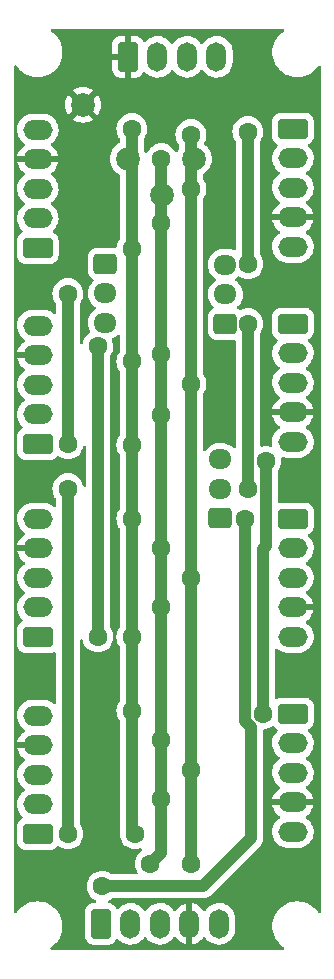
<source format=gbr>
%TF.GenerationSoftware,KiCad,Pcbnew,(6.0.0)*%
%TF.CreationDate,2022-05-13T15:55:31+02:00*%
%TF.ProjectId,carte fils araign_e,63617274-6520-4666-996c-732061726169,rev?*%
%TF.SameCoordinates,Original*%
%TF.FileFunction,Copper,L1,Top*%
%TF.FilePolarity,Positive*%
%FSLAX46Y46*%
G04 Gerber Fmt 4.6, Leading zero omitted, Abs format (unit mm)*
G04 Created by KiCad (PCBNEW (6.0.0)) date 2022-05-13 15:55:31*
%MOMM*%
%LPD*%
G01*
G04 APERTURE LIST*
G04 Aperture macros list*
%AMRoundRect*
0 Rectangle with rounded corners*
0 $1 Rounding radius*
0 $2 $3 $4 $5 $6 $7 $8 $9 X,Y pos of 4 corners*
0 Add a 4 corners polygon primitive as box body*
4,1,4,$2,$3,$4,$5,$6,$7,$8,$9,$2,$3,0*
0 Add four circle primitives for the rounded corners*
1,1,$1+$1,$2,$3*
1,1,$1+$1,$4,$5*
1,1,$1+$1,$6,$7*
1,1,$1+$1,$8,$9*
0 Add four rect primitives between the rounded corners*
20,1,$1+$1,$2,$3,$4,$5,0*
20,1,$1+$1,$4,$5,$6,$7,0*
20,1,$1+$1,$6,$7,$8,$9,0*
20,1,$1+$1,$8,$9,$2,$3,0*%
G04 Aperture macros list end*
%TA.AperFunction,ComponentPad*%
%ADD10RoundRect,0.250000X-0.725000X0.600000X-0.725000X-0.600000X0.725000X-0.600000X0.725000X0.600000X0*%
%TD*%
%TA.AperFunction,ComponentPad*%
%ADD11O,1.950000X1.700000*%
%TD*%
%TA.AperFunction,ComponentPad*%
%ADD12RoundRect,0.250000X1.000000X-0.600000X1.000000X0.600000X-1.000000X0.600000X-1.000000X-0.600000X0*%
%TD*%
%TA.AperFunction,ComponentPad*%
%ADD13O,2.500000X1.700000*%
%TD*%
%TA.AperFunction,SMDPad,CuDef*%
%ADD14C,2.000000*%
%TD*%
%TA.AperFunction,ComponentPad*%
%ADD15RoundRect,0.250000X-1.000000X0.600000X-1.000000X-0.600000X1.000000X-0.600000X1.000000X0.600000X0*%
%TD*%
%TA.AperFunction,ComponentPad*%
%ADD16RoundRect,0.250000X-0.600000X-1.000000X0.600000X-1.000000X0.600000X1.000000X-0.600000X1.000000X0*%
%TD*%
%TA.AperFunction,ComponentPad*%
%ADD17O,1.700000X2.500000*%
%TD*%
%TA.AperFunction,ComponentPad*%
%ADD18RoundRect,0.250000X0.725000X-0.600000X0.725000X0.600000X-0.725000X0.600000X-0.725000X-0.600000X0*%
%TD*%
%TA.AperFunction,ViaPad*%
%ADD19C,1.600000*%
%TD*%
%TA.AperFunction,Conductor*%
%ADD20C,1.000000*%
%TD*%
G04 APERTURE END LIST*
D10*
%TO.P,J5,1,Pin_1*%
%TO.N,Xshut9*%
X135255000Y-105410000D03*
D11*
%TO.P,J5,2,Pin_2*%
%TO.N,Xshut8*%
X135255000Y-107910000D03*
%TO.P,J5,3,Pin_3*%
%TO.N,Xshut7*%
X135255000Y-110410000D03*
%TD*%
D12*
%TO.P,J2,1,Pin_1*%
%TO.N,Xshut8*%
X129540000Y-120650000D03*
D13*
%TO.P,J2,2,Pin_2*%
%TO.N,I2C_SDA*%
X129540000Y-118150000D03*
%TO.P,J2,3,Pin_3*%
%TO.N,I2C_SCL*%
X129540000Y-115650000D03*
%TO.P,J2,4,Pin_4*%
%TO.N,GND*%
X129540000Y-113150000D03*
%TO.P,J2,5,Pin_5*%
%TO.N,+5V*%
X129540000Y-110650000D03*
%TD*%
D14*
%TO.P,I2C_SCL1,1,1*%
%TO.N,I2C_SCL*%
X142748000Y-96520000D03*
%TD*%
D15*
%TO.P,J13,1,Pin_1*%
%TO.N,Xshut4*%
X151130000Y-143510000D03*
D13*
%TO.P,J13,2,Pin_2*%
%TO.N,I2C_SDA*%
X151130000Y-146010000D03*
%TO.P,J13,3,Pin_3*%
%TO.N,I2C_SCL*%
X151130000Y-148510000D03*
%TO.P,J13,4,Pin_4*%
%TO.N,GND*%
X151130000Y-151010000D03*
%TO.P,J13,5,Pin_5*%
%TO.N,+5V*%
X151130000Y-153510000D03*
%TD*%
D15*
%TO.P,J11,1,Pin_1*%
%TO.N,Xshut2*%
X151130000Y-110490000D03*
D13*
%TO.P,J11,2,Pin_2*%
%TO.N,I2C_SDA*%
X151130000Y-112990000D03*
%TO.P,J11,3,Pin_3*%
%TO.N,I2C_SCL*%
X151130000Y-115490000D03*
%TO.P,J11,4,Pin_4*%
%TO.N,GND*%
X151130000Y-117990000D03*
%TO.P,J11,5,Pin_5*%
%TO.N,+5V*%
X151130000Y-120490000D03*
%TD*%
D16*
%TO.P,J7,1,Pin_1*%
%TO.N,Xshut5*%
X134874000Y-161290000D03*
D17*
%TO.P,J7,2,Pin_2*%
%TO.N,I2C_SDA*%
X137374000Y-161290000D03*
%TO.P,J7,3,Pin_3*%
%TO.N,I2C_SCL*%
X139874000Y-161290000D03*
%TO.P,J7,4,Pin_4*%
%TO.N,GND*%
X142374000Y-161290000D03*
%TO.P,J7,5,Pin_5*%
%TO.N,+5V*%
X144874000Y-161290000D03*
%TD*%
D14*
%TO.P,I2C_SDA1,1,1*%
%TO.N,I2C_SDA*%
X140050000Y-99568000D03*
%TD*%
D15*
%TO.P,J10,1,Pin_1*%
%TO.N,Xshut1*%
X151130000Y-93980000D03*
D13*
%TO.P,J10,2,Pin_2*%
%TO.N,I2C_SDA*%
X151130000Y-96480000D03*
%TO.P,J10,3,Pin_3*%
%TO.N,I2C_SCL*%
X151130000Y-98980000D03*
%TO.P,J10,4,Pin_4*%
%TO.N,GND*%
X151130000Y-101480000D03*
%TO.P,J10,5,Pin_5*%
%TO.N,+5V*%
X151130000Y-103980000D03*
%TD*%
D14*
%TO.P,GND1,1,1*%
%TO.N,GND*%
X133350000Y-91948000D03*
%TD*%
%TO.P,+5V1,1,1*%
%TO.N,+5V*%
X137160000Y-96520000D03*
%TD*%
D15*
%TO.P,J12,1,Pin_1*%
%TO.N,Xshut3*%
X151130000Y-127000000D03*
D13*
%TO.P,J12,2,Pin_2*%
%TO.N,I2C_SDA*%
X151130000Y-129500000D03*
%TO.P,J12,3,Pin_3*%
%TO.N,I2C_SCL*%
X151130000Y-132000000D03*
%TO.P,J12,4,Pin_4*%
%TO.N,GND*%
X151130000Y-134500000D03*
%TO.P,J12,5,Pin_5*%
%TO.N,+5V*%
X151130000Y-137000000D03*
%TD*%
D18*
%TO.P,J8,1,Pin_1*%
%TO.N,Xshut3*%
X145415000Y-110490000D03*
D11*
%TO.P,J8,2,Pin_2*%
%TO.N,Xshut2*%
X145415000Y-107990000D03*
%TO.P,J8,3,Pin_3*%
%TO.N,Xshut1*%
X145415000Y-105490000D03*
%TD*%
D18*
%TO.P,J6,1,Pin_1*%
%TO.N,Xshut5*%
X145000000Y-126960000D03*
D11*
%TO.P,J6,2,Pin_2*%
%TO.N,Xshut6*%
X145000000Y-124460000D03*
%TO.P,J6,3,Pin_3*%
%TO.N,Xshut4*%
X145000000Y-121960000D03*
%TD*%
D12*
%TO.P,J1,1,Pin_1*%
%TO.N,Xshut9*%
X129532500Y-104060000D03*
D13*
%TO.P,J1,2,Pin_2*%
%TO.N,I2C_SDA*%
X129532500Y-101560000D03*
%TO.P,J1,3,Pin_3*%
%TO.N,I2C_SCL*%
X129532500Y-99060000D03*
%TO.P,J1,4,Pin_4*%
%TO.N,GND*%
X129532500Y-96560000D03*
%TO.P,J1,5,Pin_5*%
%TO.N,+5V*%
X129532500Y-94060000D03*
%TD*%
D16*
%TO.P,J9,1,Pin_1*%
%TO.N,GND*%
X137160000Y-87884000D03*
D17*
%TO.P,J9,2,Pin_2*%
%TO.N,+5V*%
X139660000Y-87884000D03*
%TO.P,J9,3,Pin_3*%
%TO.N,I2C_SDA*%
X142160000Y-87884000D03*
%TO.P,J9,4,Pin_4*%
%TO.N,I2C_SCL*%
X144660000Y-87884000D03*
%TD*%
D12*
%TO.P,J4,1,Pin_1*%
%TO.N,Xshut6*%
X129540000Y-153670000D03*
D13*
%TO.P,J4,2,Pin_2*%
%TO.N,I2C_SDA*%
X129540000Y-151170000D03*
%TO.P,J4,3,Pin_3*%
%TO.N,I2C_SCL*%
X129540000Y-148670000D03*
%TO.P,J4,4,Pin_4*%
%TO.N,GND*%
X129540000Y-146170000D03*
%TO.P,J4,5,Pin_5*%
%TO.N,+5V*%
X129540000Y-143670000D03*
%TD*%
D12*
%TO.P,J3,1,Pin_1*%
%TO.N,Xshut7*%
X129540000Y-137000000D03*
D13*
%TO.P,J3,2,Pin_2*%
%TO.N,I2C_SDA*%
X129540000Y-134500000D03*
%TO.P,J3,3,Pin_3*%
%TO.N,I2C_SCL*%
X129540000Y-132000000D03*
%TO.P,J3,4,Pin_4*%
%TO.N,GND*%
X129540000Y-129500000D03*
%TO.P,J3,5,Pin_5*%
%TO.N,+5V*%
X129540000Y-127000000D03*
%TD*%
D19*
%TO.N,I2C_SDA*%
X140000000Y-145750000D03*
X140000000Y-150750000D03*
X140000000Y-113030000D03*
X140000000Y-118250000D03*
X140000000Y-96520000D03*
X140000000Y-102000000D03*
X140000000Y-129500000D03*
X139065000Y-156210000D03*
X140000000Y-134500000D03*
%TO.N,I2C_SCL*%
X142500000Y-94488000D03*
X142500000Y-99060000D03*
X142500000Y-148250000D03*
X142500000Y-132000000D03*
X142500000Y-156210000D03*
X142500000Y-115570000D03*
%TO.N,GND*%
X151500000Y-107000000D03*
X129000000Y-140000000D03*
X148000000Y-90000000D03*
X152000000Y-158000000D03*
X151500000Y-124000000D03*
X151500000Y-140500000D03*
X129000000Y-107000000D03*
X131000000Y-158000000D03*
X129500000Y-123500000D03*
X133500000Y-88500000D03*
%TO.N,+5V*%
X137500000Y-137000000D03*
X137500000Y-113665000D03*
X137500000Y-93980000D03*
X137500000Y-120750000D03*
X137795000Y-153670000D03*
X137500000Y-127000000D03*
X137500000Y-104140000D03*
X137500000Y-143250000D03*
%TO.N,Xshut8*%
X132080000Y-107950000D03*
X132080000Y-120650000D03*
%TO.N,Xshut7*%
X134620000Y-137000000D03*
X134620000Y-112395000D03*
%TO.N,Xshut6*%
X132080000Y-153670000D03*
X132080000Y-124460000D03*
%TO.N,Xshut5*%
X147066000Y-127000000D03*
X135000000Y-158115000D03*
%TO.N,Xshut4*%
X148590000Y-143510000D03*
X148824951Y-122147972D03*
%TO.N,Xshut3*%
X147320000Y-110490000D03*
X147344500Y-124460000D03*
%TO.N,Xshut1*%
X147320000Y-94234000D03*
X147320000Y-105410000D03*
%TD*%
D20*
%TO.N,I2C_SDA*%
X140000000Y-113030000D02*
X140000000Y-155275000D01*
X140000000Y-113030000D02*
X140000000Y-102000000D01*
X140000000Y-155275000D02*
X139065000Y-156210000D01*
X140000000Y-102000000D02*
X140000000Y-96520000D01*
%TO.N,I2C_SCL*%
X142500000Y-94488000D02*
X142500000Y-156210000D01*
%TO.N,+5V*%
X137500000Y-113665000D02*
X137500000Y-104140000D01*
X137500000Y-104140000D02*
X137500000Y-93980000D01*
X137500000Y-113665000D02*
X137500000Y-153375000D01*
X137500000Y-153375000D02*
X137795000Y-153670000D01*
%TO.N,Xshut8*%
X132080000Y-107950000D02*
X132080000Y-120650000D01*
%TO.N,Xshut7*%
X134620000Y-137000000D02*
X134620000Y-112395000D01*
%TO.N,Xshut6*%
X132080000Y-124460000D02*
X132080000Y-153670000D01*
%TO.N,Xshut5*%
X147090489Y-127024489D02*
X147090489Y-144131119D01*
X143510000Y-158115000D02*
X135000000Y-158115000D01*
X147574000Y-144614630D02*
X147574000Y-154051000D01*
X147090489Y-144131119D02*
X147574000Y-144614630D01*
X147066000Y-127000000D02*
X147090489Y-127024489D01*
X147574000Y-154051000D02*
X143510000Y-158115000D01*
%TO.N,Xshut4*%
X148824951Y-122147972D02*
X148844000Y-122167021D01*
X148590000Y-129540000D02*
X148590000Y-143510000D01*
X148844000Y-122167021D02*
X148844000Y-129286000D01*
X148844000Y-129286000D02*
X148590000Y-129540000D01*
%TO.N,Xshut3*%
X147344500Y-124460000D02*
X147320000Y-124435500D01*
X147320000Y-124435500D02*
X147320000Y-110490000D01*
%TO.N,Xshut1*%
X147320000Y-105410000D02*
X147320000Y-94234000D01*
%TD*%
%TA.AperFunction,Conductor*%
%TO.N,GND*%
G36*
X150337061Y-85528002D02*
G01*
X150383554Y-85581658D01*
X150393658Y-85651932D01*
X150364164Y-85716512D01*
X150341391Y-85737087D01*
X150169977Y-85857559D01*
X150154892Y-85871577D01*
X149991999Y-86022947D01*
X149959378Y-86053260D01*
X149777287Y-86275732D01*
X149627073Y-86520858D01*
X149511517Y-86784102D01*
X149510342Y-86788229D01*
X149510341Y-86788230D01*
X149498318Y-86830438D01*
X149432756Y-87060594D01*
X149392249Y-87345216D01*
X149392227Y-87349505D01*
X149392226Y-87349512D01*
X149390765Y-87628417D01*
X149390743Y-87632703D01*
X149428268Y-87917734D01*
X149504129Y-88195036D01*
X149616923Y-88459476D01*
X149691473Y-88584040D01*
X149721748Y-88634625D01*
X149764561Y-88706161D01*
X149944313Y-88930528D01*
X150152851Y-89128423D01*
X150386317Y-89296186D01*
X150390112Y-89298195D01*
X150390113Y-89298196D01*
X150409230Y-89308318D01*
X150640392Y-89430712D01*
X150679906Y-89445172D01*
X150844006Y-89505224D01*
X150910373Y-89529511D01*
X151191264Y-89590755D01*
X151219841Y-89593004D01*
X151414282Y-89608307D01*
X151414291Y-89608307D01*
X151416739Y-89608500D01*
X151572271Y-89608500D01*
X151574407Y-89608354D01*
X151574418Y-89608354D01*
X151782548Y-89594165D01*
X151782554Y-89594164D01*
X151786825Y-89593873D01*
X151791020Y-89593004D01*
X151791022Y-89593004D01*
X151927584Y-89564723D01*
X152068342Y-89535574D01*
X152339343Y-89439607D01*
X152594812Y-89307750D01*
X152598313Y-89305289D01*
X152598317Y-89305287D01*
X152747009Y-89200784D01*
X152830023Y-89142441D01*
X153040622Y-88946740D01*
X153222713Y-88724268D01*
X153224948Y-88720621D01*
X153224960Y-88720604D01*
X153258568Y-88665760D01*
X153311215Y-88618129D01*
X153381257Y-88606522D01*
X153446454Y-88634625D01*
X153486108Y-88693516D01*
X153492000Y-88731595D01*
X153492000Y-160266636D01*
X153471998Y-160334757D01*
X153418342Y-160381250D01*
X153348068Y-160391354D01*
X153283488Y-160361860D01*
X153257884Y-160331342D01*
X153237643Y-160297521D01*
X153237640Y-160297517D01*
X153235439Y-160293839D01*
X153055687Y-160069472D01*
X152915381Y-159936327D01*
X152850258Y-159874527D01*
X152850255Y-159874525D01*
X152847149Y-159871577D01*
X152613683Y-159703814D01*
X152591843Y-159692250D01*
X152568654Y-159679972D01*
X152359608Y-159569288D01*
X152089627Y-159470489D01*
X151808736Y-159409245D01*
X151773844Y-159406499D01*
X151585718Y-159391693D01*
X151585709Y-159391693D01*
X151583261Y-159391500D01*
X151427729Y-159391500D01*
X151425593Y-159391646D01*
X151425582Y-159391646D01*
X151217452Y-159405835D01*
X151217446Y-159405836D01*
X151213175Y-159406127D01*
X151208980Y-159406996D01*
X151208978Y-159406996D01*
X151105149Y-159428498D01*
X150931658Y-159464426D01*
X150660657Y-159560393D01*
X150615932Y-159583477D01*
X150415643Y-159686854D01*
X150405188Y-159692250D01*
X150401687Y-159694711D01*
X150401683Y-159694713D01*
X150287583Y-159774904D01*
X150169977Y-159857559D01*
X150154892Y-159871577D01*
X149982117Y-160032130D01*
X149959378Y-160053260D01*
X149777287Y-160275732D01*
X149627073Y-160520858D01*
X149511517Y-160784102D01*
X149510342Y-160788229D01*
X149510341Y-160788230D01*
X149497084Y-160834770D01*
X149432756Y-161060594D01*
X149392249Y-161345216D01*
X149392227Y-161349505D01*
X149392226Y-161349512D01*
X149390765Y-161628417D01*
X149390743Y-161632703D01*
X149428268Y-161917734D01*
X149504129Y-162195036D01*
X149505813Y-162198984D01*
X149611246Y-162446166D01*
X149616923Y-162459476D01*
X149628693Y-162479142D01*
X149727163Y-162643673D01*
X149764561Y-162706161D01*
X149944313Y-162930528D01*
X150152851Y-163128423D01*
X150329211Y-163255151D01*
X150341078Y-163263678D01*
X150384726Y-163319672D01*
X150391172Y-163390376D01*
X150358369Y-163453340D01*
X150296733Y-163488574D01*
X150267552Y-163492000D01*
X130731060Y-163492000D01*
X130662939Y-163471998D01*
X130616446Y-163418342D01*
X130606342Y-163348068D01*
X130635836Y-163283488D01*
X130658609Y-163262913D01*
X130730670Y-163212268D01*
X130830023Y-163142441D01*
X130936766Y-163043249D01*
X131037479Y-162949661D01*
X131037481Y-162949658D01*
X131040622Y-162946740D01*
X131222713Y-162724268D01*
X131372927Y-162479142D01*
X131384533Y-162452704D01*
X131486757Y-162219830D01*
X131488483Y-162215898D01*
X131567244Y-161939406D01*
X131607751Y-161654784D01*
X131607845Y-161636951D01*
X131609235Y-161371583D01*
X131609235Y-161371576D01*
X131609257Y-161367297D01*
X131571732Y-161082266D01*
X131495871Y-160804964D01*
X131383077Y-160540524D01*
X131288125Y-160381871D01*
X131237643Y-160297521D01*
X131237640Y-160297517D01*
X131235439Y-160293839D01*
X131055687Y-160069472D01*
X130915381Y-159936327D01*
X130850258Y-159874527D01*
X130850255Y-159874525D01*
X130847149Y-159871577D01*
X130613683Y-159703814D01*
X130591843Y-159692250D01*
X130568654Y-159679972D01*
X130359608Y-159569288D01*
X130089627Y-159470489D01*
X129808736Y-159409245D01*
X129773844Y-159406499D01*
X129585718Y-159391693D01*
X129585709Y-159391693D01*
X129583261Y-159391500D01*
X129427729Y-159391500D01*
X129425593Y-159391646D01*
X129425582Y-159391646D01*
X129217452Y-159405835D01*
X129217446Y-159405836D01*
X129213175Y-159406127D01*
X129208980Y-159406996D01*
X129208978Y-159406996D01*
X129105149Y-159428498D01*
X128931658Y-159464426D01*
X128660657Y-159560393D01*
X128615932Y-159583477D01*
X128415643Y-159686854D01*
X128405188Y-159692250D01*
X128401687Y-159694711D01*
X128401683Y-159694713D01*
X128287583Y-159774904D01*
X128169977Y-159857559D01*
X128154892Y-159871577D01*
X127982117Y-160032130D01*
X127959378Y-160053260D01*
X127777287Y-160275732D01*
X127775052Y-160279379D01*
X127775040Y-160279396D01*
X127741432Y-160334240D01*
X127688785Y-160381871D01*
X127618743Y-160393478D01*
X127553546Y-160365375D01*
X127513892Y-160306484D01*
X127508000Y-160268405D01*
X127508000Y-151105774D01*
X127778102Y-151105774D01*
X127778302Y-151111103D01*
X127778302Y-151111105D01*
X127780279Y-151163755D01*
X127786751Y-151336158D01*
X127834093Y-151561791D01*
X127836051Y-151566750D01*
X127836052Y-151566752D01*
X127857303Y-151620561D01*
X127918776Y-151776221D01*
X128038377Y-151973317D01*
X128041874Y-151977347D01*
X128181941Y-152138760D01*
X128189477Y-152147445D01*
X128225120Y-152176670D01*
X128265114Y-152235329D01*
X128267046Y-152306299D01*
X128230302Y-152367048D01*
X128211532Y-152381248D01*
X128109382Y-152444461D01*
X128065652Y-152471522D01*
X127940695Y-152596697D01*
X127936855Y-152602927D01*
X127936854Y-152602928D01*
X127870088Y-152711243D01*
X127847885Y-152747262D01*
X127792203Y-152915139D01*
X127781500Y-153019600D01*
X127781500Y-154320400D01*
X127781837Y-154323646D01*
X127781837Y-154323650D01*
X127791534Y-154417103D01*
X127792474Y-154426166D01*
X127794655Y-154432702D01*
X127794655Y-154432704D01*
X127834682Y-154552679D01*
X127848450Y-154593946D01*
X127941522Y-154744348D01*
X128066697Y-154869305D01*
X128072927Y-154873145D01*
X128072928Y-154873146D01*
X128210090Y-154957694D01*
X128217262Y-154962115D01*
X128258268Y-154975716D01*
X128378611Y-155015632D01*
X128378613Y-155015632D01*
X128385139Y-155017797D01*
X128391975Y-155018497D01*
X128391978Y-155018498D01*
X128435031Y-155022909D01*
X128489600Y-155028500D01*
X130590400Y-155028500D01*
X130593646Y-155028163D01*
X130593650Y-155028163D01*
X130689308Y-155018238D01*
X130689312Y-155018237D01*
X130696166Y-155017526D01*
X130702702Y-155015345D01*
X130702704Y-155015345D01*
X130855029Y-154964525D01*
X130863946Y-154961550D01*
X131014348Y-154868478D01*
X131139305Y-154743303D01*
X131140451Y-154744447D01*
X131191254Y-154708426D01*
X131262177Y-154705192D01*
X131304491Y-154724366D01*
X131423251Y-154807523D01*
X131428233Y-154809846D01*
X131428238Y-154809849D01*
X131625775Y-154901961D01*
X131630757Y-154904284D01*
X131636065Y-154905706D01*
X131636067Y-154905707D01*
X131846598Y-154962119D01*
X131846600Y-154962119D01*
X131851913Y-154963543D01*
X132080000Y-154983498D01*
X132308087Y-154963543D01*
X132313400Y-154962119D01*
X132313402Y-154962119D01*
X132523933Y-154905707D01*
X132523935Y-154905706D01*
X132529243Y-154904284D01*
X132534225Y-154901961D01*
X132731762Y-154809849D01*
X132731767Y-154809846D01*
X132736749Y-154807523D01*
X132878274Y-154708426D01*
X132919789Y-154679357D01*
X132919792Y-154679355D01*
X132924300Y-154676198D01*
X133086198Y-154514300D01*
X133217523Y-154326749D01*
X133219846Y-154321767D01*
X133219849Y-154321762D01*
X133311961Y-154124225D01*
X133311961Y-154124224D01*
X133314284Y-154119243D01*
X133316421Y-154111270D01*
X133372119Y-153903402D01*
X133372119Y-153903400D01*
X133373543Y-153898087D01*
X133393498Y-153670000D01*
X133373543Y-153441913D01*
X133314284Y-153220757D01*
X133268899Y-153123428D01*
X133219849Y-153018238D01*
X133219846Y-153018233D01*
X133217523Y-153013251D01*
X133111287Y-152861531D01*
X133088500Y-152789260D01*
X133088500Y-137297085D01*
X133108502Y-137228964D01*
X133162158Y-137182471D01*
X133232432Y-137172367D01*
X133297012Y-137201861D01*
X133336207Y-137264474D01*
X133385716Y-137449243D01*
X133388039Y-137454224D01*
X133388039Y-137454225D01*
X133480151Y-137651762D01*
X133480154Y-137651767D01*
X133482477Y-137656749D01*
X133613802Y-137844300D01*
X133775700Y-138006198D01*
X133780208Y-138009355D01*
X133780211Y-138009357D01*
X133805674Y-138027186D01*
X133963251Y-138137523D01*
X133968233Y-138139846D01*
X133968238Y-138139849D01*
X134165775Y-138231961D01*
X134170757Y-138234284D01*
X134176065Y-138235706D01*
X134176067Y-138235707D01*
X134386598Y-138292119D01*
X134386600Y-138292119D01*
X134391913Y-138293543D01*
X134620000Y-138313498D01*
X134848087Y-138293543D01*
X134853400Y-138292119D01*
X134853402Y-138292119D01*
X135063933Y-138235707D01*
X135063935Y-138235706D01*
X135069243Y-138234284D01*
X135074225Y-138231961D01*
X135271762Y-138139849D01*
X135271767Y-138139846D01*
X135276749Y-138137523D01*
X135434326Y-138027186D01*
X135459789Y-138009357D01*
X135459792Y-138009355D01*
X135464300Y-138006198D01*
X135626198Y-137844300D01*
X135757523Y-137656749D01*
X135759846Y-137651767D01*
X135759849Y-137651762D01*
X135851961Y-137454225D01*
X135851961Y-137454224D01*
X135854284Y-137449243D01*
X135913543Y-137228087D01*
X135933498Y-137000000D01*
X135913543Y-136771913D01*
X135871077Y-136613428D01*
X135855707Y-136556067D01*
X135855706Y-136556065D01*
X135854284Y-136550757D01*
X135783400Y-136398744D01*
X135759849Y-136348238D01*
X135759846Y-136348233D01*
X135757523Y-136343251D01*
X135651287Y-136191531D01*
X135628500Y-136119260D01*
X135628500Y-113275740D01*
X135651287Y-113203469D01*
X135754366Y-113056257D01*
X135757523Y-113051749D01*
X135759846Y-113046767D01*
X135759849Y-113046762D01*
X135851961Y-112849225D01*
X135851961Y-112849224D01*
X135854284Y-112844243D01*
X135859712Y-112823988D01*
X135912119Y-112628402D01*
X135912119Y-112628400D01*
X135913543Y-112623087D01*
X135933498Y-112395000D01*
X135913543Y-112166913D01*
X135912119Y-112161598D01*
X135855707Y-111951067D01*
X135855706Y-111951065D01*
X135854284Y-111945757D01*
X135849735Y-111936001D01*
X135808273Y-111847084D01*
X135797612Y-111776893D01*
X135826592Y-111712080D01*
X135870718Y-111678953D01*
X136038202Y-111603507D01*
X136043075Y-111601312D01*
X136234319Y-111472559D01*
X136238177Y-111468879D01*
X136238184Y-111468873D01*
X136278529Y-111430386D01*
X136341625Y-111397839D01*
X136412302Y-111404571D01*
X136468119Y-111448445D01*
X136491500Y-111521556D01*
X136491500Y-112784260D01*
X136468713Y-112856531D01*
X136362477Y-113008251D01*
X136360154Y-113013233D01*
X136360151Y-113013238D01*
X136271446Y-113203469D01*
X136265716Y-113215757D01*
X136264294Y-113221065D01*
X136264293Y-113221067D01*
X136211369Y-113418580D01*
X136206457Y-113436913D01*
X136186502Y-113665000D01*
X136206457Y-113893087D01*
X136207881Y-113898400D01*
X136207881Y-113898402D01*
X136225301Y-113963412D01*
X136265716Y-114114243D01*
X136268039Y-114119224D01*
X136268039Y-114119225D01*
X136360151Y-114316762D01*
X136360154Y-114316767D01*
X136362477Y-114321749D01*
X136425899Y-114412325D01*
X136468713Y-114473469D01*
X136491500Y-114545740D01*
X136491500Y-119869260D01*
X136468713Y-119941531D01*
X136362477Y-120093251D01*
X136360154Y-120098233D01*
X136360151Y-120098238D01*
X136312346Y-120200757D01*
X136265716Y-120300757D01*
X136264294Y-120306065D01*
X136264293Y-120306067D01*
X136231527Y-120428352D01*
X136206457Y-120521913D01*
X136186502Y-120750000D01*
X136206457Y-120978087D01*
X136207881Y-120983400D01*
X136207881Y-120983402D01*
X136228635Y-121060854D01*
X136265716Y-121199243D01*
X136268039Y-121204224D01*
X136268039Y-121204225D01*
X136360151Y-121401762D01*
X136360154Y-121401767D01*
X136362477Y-121406749D01*
X136365634Y-121411257D01*
X136468713Y-121558469D01*
X136491500Y-121630740D01*
X136491500Y-126119260D01*
X136468713Y-126191531D01*
X136362477Y-126343251D01*
X136360154Y-126348233D01*
X136360151Y-126348238D01*
X136268039Y-126545775D01*
X136265716Y-126550757D01*
X136206457Y-126771913D01*
X136186502Y-127000000D01*
X136206457Y-127228087D01*
X136207881Y-127233400D01*
X136207881Y-127233402D01*
X136250322Y-127391791D01*
X136265716Y-127449243D01*
X136268039Y-127454224D01*
X136268039Y-127454225D01*
X136360151Y-127651762D01*
X136360154Y-127651767D01*
X136362477Y-127656749D01*
X136431176Y-127754861D01*
X136468713Y-127808469D01*
X136491500Y-127880740D01*
X136491500Y-136119260D01*
X136468713Y-136191531D01*
X136362477Y-136343251D01*
X136360154Y-136348233D01*
X136360151Y-136348238D01*
X136336600Y-136398744D01*
X136265716Y-136550757D01*
X136264294Y-136556065D01*
X136264293Y-136556067D01*
X136248923Y-136613428D01*
X136206457Y-136771913D01*
X136186502Y-137000000D01*
X136206457Y-137228087D01*
X136265716Y-137449243D01*
X136268039Y-137454224D01*
X136268039Y-137454225D01*
X136360151Y-137651762D01*
X136360154Y-137651767D01*
X136362477Y-137656749D01*
X136408685Y-137722740D01*
X136468713Y-137808469D01*
X136491500Y-137880740D01*
X136491500Y-142369260D01*
X136468713Y-142441531D01*
X136362477Y-142593251D01*
X136360154Y-142598233D01*
X136360151Y-142598238D01*
X136316171Y-142692555D01*
X136265716Y-142800757D01*
X136206457Y-143021913D01*
X136186502Y-143250000D01*
X136206457Y-143478087D01*
X136265716Y-143699243D01*
X136268039Y-143704224D01*
X136268039Y-143704225D01*
X136360151Y-143901762D01*
X136360154Y-143901767D01*
X136362477Y-143906749D01*
X136365634Y-143911257D01*
X136468713Y-144058469D01*
X136491500Y-144130740D01*
X136491500Y-153313157D01*
X136490763Y-153326764D01*
X136488329Y-153349173D01*
X136486676Y-153364388D01*
X136487213Y-153370523D01*
X136491050Y-153414388D01*
X136491379Y-153419214D01*
X136491500Y-153421686D01*
X136491500Y-153424769D01*
X136491801Y-153427837D01*
X136495698Y-153467585D01*
X136495818Y-153468886D01*
X136496496Y-153476627D01*
X136496497Y-153498603D01*
X136481981Y-153664514D01*
X136481981Y-153664525D01*
X136481502Y-153670000D01*
X136501457Y-153898087D01*
X136502881Y-153903400D01*
X136502881Y-153903402D01*
X136558580Y-154111270D01*
X136560716Y-154119243D01*
X136563039Y-154124224D01*
X136563039Y-154124225D01*
X136655151Y-154321762D01*
X136655154Y-154321767D01*
X136657477Y-154326749D01*
X136788802Y-154514300D01*
X136950700Y-154676198D01*
X136955208Y-154679355D01*
X136955211Y-154679357D01*
X136996726Y-154708426D01*
X137138251Y-154807523D01*
X137143233Y-154809846D01*
X137143238Y-154809849D01*
X137340775Y-154901961D01*
X137345757Y-154904284D01*
X137351065Y-154905706D01*
X137351067Y-154905707D01*
X137561598Y-154962119D01*
X137561600Y-154962119D01*
X137566913Y-154963543D01*
X137795000Y-154983498D01*
X138023087Y-154963543D01*
X138028400Y-154962119D01*
X138028402Y-154962119D01*
X138208786Y-154913785D01*
X138279762Y-154915475D01*
X138338558Y-154955269D01*
X138366506Y-155020533D01*
X138354733Y-155090547D01*
X138313668Y-155138705D01*
X138225211Y-155200643D01*
X138225208Y-155200645D01*
X138220700Y-155203802D01*
X138058802Y-155365700D01*
X138055645Y-155370208D01*
X138055643Y-155370211D01*
X138033713Y-155401531D01*
X137927477Y-155553251D01*
X137925154Y-155558233D01*
X137925151Y-155558238D01*
X137833065Y-155755720D01*
X137830716Y-155760757D01*
X137829294Y-155766065D01*
X137829293Y-155766067D01*
X137807578Y-155847107D01*
X137771457Y-155981913D01*
X137751502Y-156210000D01*
X137771457Y-156438087D01*
X137830716Y-156659243D01*
X137833039Y-156664224D01*
X137833039Y-156664225D01*
X137925151Y-156861762D01*
X137925154Y-156861767D01*
X137927477Y-156866749D01*
X137956522Y-156908229D01*
X137979210Y-156975503D01*
X137961925Y-157044363D01*
X137910156Y-157092947D01*
X137853309Y-157106500D01*
X135880740Y-157106500D01*
X135808469Y-157083713D01*
X135766463Y-157054300D01*
X135656749Y-156977477D01*
X135651767Y-156975154D01*
X135651762Y-156975151D01*
X135454225Y-156883039D01*
X135454224Y-156883039D01*
X135449243Y-156880716D01*
X135443935Y-156879294D01*
X135443933Y-156879293D01*
X135233402Y-156822881D01*
X135233400Y-156822881D01*
X135228087Y-156821457D01*
X135000000Y-156801502D01*
X134771913Y-156821457D01*
X134766600Y-156822881D01*
X134766598Y-156822881D01*
X134556067Y-156879293D01*
X134556065Y-156879294D01*
X134550757Y-156880716D01*
X134545776Y-156883039D01*
X134545775Y-156883039D01*
X134348238Y-156975151D01*
X134348233Y-156975154D01*
X134343251Y-156977477D01*
X134264182Y-157032842D01*
X134160211Y-157105643D01*
X134160208Y-157105645D01*
X134155700Y-157108802D01*
X133993802Y-157270700D01*
X133862477Y-157458251D01*
X133860154Y-157463233D01*
X133860151Y-157463238D01*
X133768039Y-157660775D01*
X133765716Y-157665757D01*
X133706457Y-157886913D01*
X133686502Y-158115000D01*
X133706457Y-158343087D01*
X133765716Y-158564243D01*
X133768039Y-158569224D01*
X133768039Y-158569225D01*
X133860151Y-158766762D01*
X133860154Y-158766767D01*
X133862477Y-158771749D01*
X133993802Y-158959300D01*
X134155700Y-159121198D01*
X134160208Y-159124355D01*
X134160211Y-159124357D01*
X134238389Y-159179098D01*
X134343251Y-159252523D01*
X134426420Y-159291305D01*
X134479705Y-159338222D01*
X134499166Y-159406499D01*
X134478624Y-159474459D01*
X134424602Y-159520525D01*
X134373170Y-159531500D01*
X134223600Y-159531500D01*
X134220354Y-159531837D01*
X134220350Y-159531837D01*
X134124692Y-159541762D01*
X134124688Y-159541763D01*
X134117834Y-159542474D01*
X134111298Y-159544655D01*
X134111296Y-159544655D01*
X133979194Y-159588728D01*
X133950054Y-159598450D01*
X133799652Y-159691522D01*
X133674695Y-159816697D01*
X133670855Y-159822927D01*
X133670854Y-159822928D01*
X133596466Y-159943608D01*
X133581885Y-159967262D01*
X133560472Y-160031822D01*
X133530432Y-160122390D01*
X133526203Y-160135139D01*
X133525503Y-160141975D01*
X133525502Y-160141978D01*
X133523884Y-160157768D01*
X133515500Y-160239600D01*
X133515500Y-162340400D01*
X133515837Y-162343646D01*
X133515837Y-162343650D01*
X133524875Y-162430752D01*
X133526474Y-162446166D01*
X133528655Y-162452702D01*
X133528655Y-162452704D01*
X133560405Y-162547870D01*
X133582450Y-162613946D01*
X133675522Y-162764348D01*
X133800697Y-162889305D01*
X133806927Y-162893145D01*
X133806928Y-162893146D01*
X133944090Y-162977694D01*
X133951262Y-162982115D01*
X133986938Y-162993948D01*
X134112611Y-163035632D01*
X134112613Y-163035632D01*
X134119139Y-163037797D01*
X134125975Y-163038497D01*
X134125978Y-163038498D01*
X134161663Y-163042154D01*
X134223600Y-163048500D01*
X135524400Y-163048500D01*
X135527646Y-163048163D01*
X135527650Y-163048163D01*
X135623308Y-163038238D01*
X135623312Y-163038237D01*
X135630166Y-163037526D01*
X135636702Y-163035345D01*
X135636704Y-163035345D01*
X135768806Y-162991272D01*
X135797946Y-162981550D01*
X135948348Y-162888478D01*
X136073305Y-162763303D01*
X136163081Y-162617660D01*
X136215852Y-162570168D01*
X136285924Y-162558744D01*
X136351048Y-162587018D01*
X136361510Y-162596805D01*
X136403215Y-162640523D01*
X136470576Y-162711135D01*
X136655542Y-162848754D01*
X136660293Y-162851170D01*
X136660297Y-162851172D01*
X136741254Y-162892332D01*
X136861051Y-162953240D01*
X136866145Y-162954822D01*
X136866148Y-162954823D01*
X137031583Y-163006192D01*
X137081227Y-163021607D01*
X137086516Y-163022308D01*
X137304489Y-163051198D01*
X137304494Y-163051198D01*
X137309774Y-163051898D01*
X137315103Y-163051698D01*
X137315105Y-163051698D01*
X137424966Y-163047574D01*
X137540158Y-163043249D01*
X137562802Y-163038498D01*
X137760572Y-162997002D01*
X137765791Y-162995907D01*
X137770750Y-162993949D01*
X137770752Y-162993948D01*
X137975256Y-162913185D01*
X137975258Y-162913184D01*
X137980221Y-162911224D01*
X137985525Y-162908006D01*
X138172757Y-162794390D01*
X138172756Y-162794390D01*
X138177317Y-162791623D01*
X138217134Y-162757072D01*
X138347412Y-162644023D01*
X138347414Y-162644021D01*
X138351445Y-162640523D01*
X138418500Y-162558744D01*
X138494240Y-162466373D01*
X138494244Y-162466367D01*
X138497624Y-162462245D01*
X138515552Y-162430750D01*
X138566632Y-162381445D01*
X138636262Y-162367583D01*
X138702333Y-162393566D01*
X138729573Y-162422716D01*
X138734983Y-162430752D01*
X138811441Y-162544319D01*
X138970576Y-162711135D01*
X139155542Y-162848754D01*
X139160293Y-162851170D01*
X139160297Y-162851172D01*
X139241254Y-162892332D01*
X139361051Y-162953240D01*
X139366145Y-162954822D01*
X139366148Y-162954823D01*
X139531583Y-163006192D01*
X139581227Y-163021607D01*
X139586516Y-163022308D01*
X139804489Y-163051198D01*
X139804494Y-163051198D01*
X139809774Y-163051898D01*
X139815103Y-163051698D01*
X139815105Y-163051698D01*
X139924966Y-163047574D01*
X140040158Y-163043249D01*
X140062802Y-163038498D01*
X140260572Y-162997002D01*
X140265791Y-162995907D01*
X140270750Y-162993949D01*
X140270752Y-162993948D01*
X140475256Y-162913185D01*
X140475258Y-162913184D01*
X140480221Y-162911224D01*
X140485525Y-162908006D01*
X140672757Y-162794390D01*
X140672756Y-162794390D01*
X140677317Y-162791623D01*
X140717134Y-162757072D01*
X140847412Y-162644023D01*
X140847414Y-162644021D01*
X140851445Y-162640523D01*
X140918500Y-162558744D01*
X140994240Y-162466373D01*
X140994244Y-162466367D01*
X140997624Y-162462245D01*
X141010681Y-162439308D01*
X141015829Y-162430265D01*
X141066912Y-162380959D01*
X141136542Y-162367098D01*
X141202613Y-162393082D01*
X141229851Y-162422232D01*
X141308852Y-162539578D01*
X141315519Y-162547870D01*
X141467228Y-162706900D01*
X141475186Y-162713941D01*
X141651525Y-162845141D01*
X141660562Y-162850745D01*
X141856484Y-162950357D01*
X141866335Y-162954357D01*
X142076240Y-163019534D01*
X142086624Y-163021817D01*
X142102043Y-163023861D01*
X142116207Y-163021665D01*
X142120000Y-163008478D01*
X142120000Y-163006192D01*
X142628000Y-163006192D01*
X142631973Y-163019723D01*
X142642580Y-163021248D01*
X142760421Y-162996523D01*
X142770617Y-162993463D01*
X142975029Y-162912737D01*
X142984561Y-162908006D01*
X143172462Y-162793984D01*
X143181052Y-162787720D01*
X143347052Y-162643673D01*
X143354472Y-162636042D01*
X143493826Y-162466089D01*
X143499848Y-162457326D01*
X143515238Y-162430289D01*
X143566320Y-162380982D01*
X143635951Y-162367120D01*
X143702022Y-162393103D01*
X143729261Y-162422253D01*
X143758773Y-162466089D01*
X143811441Y-162544319D01*
X143970576Y-162711135D01*
X144155542Y-162848754D01*
X144160293Y-162851170D01*
X144160297Y-162851172D01*
X144241254Y-162892332D01*
X144361051Y-162953240D01*
X144366145Y-162954822D01*
X144366148Y-162954823D01*
X144531583Y-163006192D01*
X144581227Y-163021607D01*
X144586516Y-163022308D01*
X144804489Y-163051198D01*
X144804494Y-163051198D01*
X144809774Y-163051898D01*
X144815103Y-163051698D01*
X144815105Y-163051698D01*
X144924966Y-163047574D01*
X145040158Y-163043249D01*
X145062802Y-163038498D01*
X145260572Y-162997002D01*
X145265791Y-162995907D01*
X145270750Y-162993949D01*
X145270752Y-162993948D01*
X145475256Y-162913185D01*
X145475258Y-162913184D01*
X145480221Y-162911224D01*
X145485525Y-162908006D01*
X145672757Y-162794390D01*
X145672756Y-162794390D01*
X145677317Y-162791623D01*
X145717134Y-162757072D01*
X145847412Y-162644023D01*
X145847414Y-162644021D01*
X145851445Y-162640523D01*
X145918500Y-162558744D01*
X145994240Y-162466373D01*
X145994244Y-162466367D01*
X145997624Y-162462245D01*
X146015815Y-162430289D01*
X146109032Y-162266529D01*
X146111675Y-162261886D01*
X146190337Y-162045175D01*
X146198506Y-162000000D01*
X146230623Y-161822392D01*
X146230624Y-161822385D01*
X146231361Y-161818308D01*
X146232500Y-161794156D01*
X146232500Y-160832110D01*
X146217920Y-160660280D01*
X146216582Y-160655125D01*
X146216581Y-160655119D01*
X146161343Y-160442297D01*
X146161342Y-160442293D01*
X146160001Y-160437128D01*
X146139382Y-160391354D01*
X146067507Y-160231798D01*
X146065312Y-160226925D01*
X145936559Y-160035681D01*
X145877918Y-159974209D01*
X145848725Y-159943608D01*
X145777424Y-159868865D01*
X145592458Y-159731246D01*
X145587707Y-159728830D01*
X145587703Y-159728828D01*
X145469588Y-159668776D01*
X145386949Y-159626760D01*
X145381855Y-159625178D01*
X145381852Y-159625177D01*
X145181980Y-159563115D01*
X145166773Y-159558393D01*
X145161484Y-159557692D01*
X144943511Y-159528802D01*
X144943506Y-159528802D01*
X144938226Y-159528102D01*
X144932897Y-159528302D01*
X144932895Y-159528302D01*
X144823034Y-159532427D01*
X144707842Y-159536751D01*
X144702623Y-159537846D01*
X144680566Y-159542474D01*
X144482209Y-159584093D01*
X144477250Y-159586051D01*
X144477248Y-159586052D01*
X144272744Y-159666815D01*
X144272742Y-159666816D01*
X144267779Y-159668776D01*
X144263220Y-159671543D01*
X144263217Y-159671544D01*
X144168113Y-159729255D01*
X144070683Y-159788377D01*
X144066653Y-159791874D01*
X143971404Y-159874527D01*
X143896555Y-159939477D01*
X143893168Y-159943608D01*
X143753760Y-160113627D01*
X143753756Y-160113633D01*
X143750376Y-160117755D01*
X143747738Y-160122390D01*
X143747733Y-160122398D01*
X143732171Y-160149735D01*
X143681088Y-160199041D01*
X143611458Y-160212902D01*
X143545387Y-160186918D01*
X143518149Y-160157768D01*
X143439148Y-160040422D01*
X143432481Y-160032130D01*
X143280772Y-159873100D01*
X143272814Y-159866059D01*
X143096475Y-159734859D01*
X143087438Y-159729255D01*
X142891516Y-159629643D01*
X142881665Y-159625643D01*
X142671760Y-159560466D01*
X142661376Y-159558183D01*
X142645957Y-159556139D01*
X142631793Y-159558335D01*
X142628000Y-159571522D01*
X142628000Y-163006192D01*
X142120000Y-163006192D01*
X142120000Y-159573808D01*
X142116027Y-159560277D01*
X142105420Y-159558752D01*
X141987579Y-159583477D01*
X141977383Y-159586537D01*
X141772971Y-159667263D01*
X141763439Y-159671994D01*
X141575538Y-159786016D01*
X141566948Y-159792280D01*
X141400948Y-159936327D01*
X141393528Y-159943958D01*
X141254174Y-160113911D01*
X141248152Y-160122674D01*
X141232762Y-160149711D01*
X141181680Y-160199018D01*
X141112049Y-160212880D01*
X141045978Y-160186897D01*
X141018739Y-160157747D01*
X140946427Y-160050339D01*
X140936559Y-160035681D01*
X140877918Y-159974209D01*
X140848725Y-159943608D01*
X140777424Y-159868865D01*
X140592458Y-159731246D01*
X140587707Y-159728830D01*
X140587703Y-159728828D01*
X140469588Y-159668776D01*
X140386949Y-159626760D01*
X140381855Y-159625178D01*
X140381852Y-159625177D01*
X140181980Y-159563115D01*
X140166773Y-159558393D01*
X140161484Y-159557692D01*
X139943511Y-159528802D01*
X139943506Y-159528802D01*
X139938226Y-159528102D01*
X139932897Y-159528302D01*
X139932895Y-159528302D01*
X139823034Y-159532427D01*
X139707842Y-159536751D01*
X139702623Y-159537846D01*
X139680566Y-159542474D01*
X139482209Y-159584093D01*
X139477250Y-159586051D01*
X139477248Y-159586052D01*
X139272744Y-159666815D01*
X139272742Y-159666816D01*
X139267779Y-159668776D01*
X139263220Y-159671543D01*
X139263217Y-159671544D01*
X139168113Y-159729255D01*
X139070683Y-159788377D01*
X139066653Y-159791874D01*
X138971404Y-159874527D01*
X138896555Y-159939477D01*
X138893168Y-159943608D01*
X138753760Y-160113627D01*
X138753756Y-160113633D01*
X138750376Y-160117755D01*
X138732448Y-160149250D01*
X138681368Y-160198555D01*
X138611738Y-160212417D01*
X138545667Y-160186434D01*
X138518427Y-160157284D01*
X138491814Y-160117755D01*
X138436559Y-160035681D01*
X138377918Y-159974209D01*
X138348725Y-159943608D01*
X138277424Y-159868865D01*
X138092458Y-159731246D01*
X138087707Y-159728830D01*
X138087703Y-159728828D01*
X137969588Y-159668776D01*
X137886949Y-159626760D01*
X137881855Y-159625178D01*
X137881852Y-159625177D01*
X137681980Y-159563115D01*
X137666773Y-159558393D01*
X137661484Y-159557692D01*
X137443511Y-159528802D01*
X137443506Y-159528802D01*
X137438226Y-159528102D01*
X137432897Y-159528302D01*
X137432895Y-159528302D01*
X137323034Y-159532427D01*
X137207842Y-159536751D01*
X137202623Y-159537846D01*
X137180566Y-159542474D01*
X136982209Y-159584093D01*
X136977250Y-159586051D01*
X136977248Y-159586052D01*
X136772744Y-159666815D01*
X136772742Y-159666816D01*
X136767779Y-159668776D01*
X136763220Y-159671543D01*
X136763217Y-159671544D01*
X136668113Y-159729255D01*
X136570683Y-159788377D01*
X136566653Y-159791874D01*
X136471404Y-159874527D01*
X136396555Y-159939477D01*
X136367330Y-159975120D01*
X136308671Y-160015114D01*
X136237701Y-160017046D01*
X136176952Y-159980302D01*
X136162752Y-159961532D01*
X136076332Y-159821880D01*
X136072478Y-159815652D01*
X135947303Y-159690695D01*
X135916965Y-159671994D01*
X135802968Y-159601725D01*
X135802966Y-159601724D01*
X135796738Y-159597885D01*
X135683923Y-159560466D01*
X135635389Y-159544368D01*
X135635387Y-159544368D01*
X135628861Y-159542203D01*
X135622025Y-159541503D01*
X135622022Y-159541502D01*
X135596694Y-159538907D01*
X135530967Y-159512065D01*
X135490186Y-159453950D01*
X135487298Y-159383012D01*
X135523220Y-159321774D01*
X135556289Y-159299368D01*
X135651758Y-159254851D01*
X135651764Y-159254847D01*
X135656749Y-159252523D01*
X135808469Y-159146287D01*
X135880740Y-159123500D01*
X143448157Y-159123500D01*
X143461764Y-159124237D01*
X143493262Y-159127659D01*
X143493267Y-159127659D01*
X143499388Y-159128324D01*
X143525638Y-159126027D01*
X143549388Y-159123950D01*
X143554214Y-159123621D01*
X143556686Y-159123500D01*
X143559769Y-159123500D01*
X143571738Y-159122326D01*
X143602506Y-159119310D01*
X143603819Y-159119188D01*
X143648084Y-159115315D01*
X143696413Y-159111087D01*
X143701532Y-159109600D01*
X143706833Y-159109080D01*
X143795834Y-159082209D01*
X143796967Y-159081874D01*
X143880414Y-159057630D01*
X143880418Y-159057628D01*
X143886336Y-159055909D01*
X143891068Y-159053456D01*
X143896169Y-159051916D01*
X143901612Y-159049022D01*
X143978260Y-159008269D01*
X143979426Y-159007657D01*
X144056453Y-158967729D01*
X144061926Y-158964892D01*
X144066089Y-158961569D01*
X144070796Y-158959066D01*
X144142918Y-158900245D01*
X144143774Y-158899554D01*
X144182973Y-158868262D01*
X144185477Y-158865758D01*
X144186195Y-158865116D01*
X144190528Y-158861415D01*
X144224062Y-158834065D01*
X144253288Y-158798737D01*
X144261277Y-158789958D01*
X148243379Y-154807855D01*
X148253522Y-154798753D01*
X148278218Y-154778897D01*
X148283025Y-154775032D01*
X148315292Y-154736578D01*
X148318472Y-154732931D01*
X148320115Y-154731119D01*
X148322309Y-154728925D01*
X148349642Y-154695651D01*
X148350348Y-154694800D01*
X148363307Y-154679357D01*
X148410154Y-154623526D01*
X148412722Y-154618856D01*
X148416103Y-154614739D01*
X148459977Y-154532914D01*
X148460606Y-154531755D01*
X148502462Y-154455619D01*
X148502465Y-154455611D01*
X148505433Y-154450213D01*
X148507045Y-154445131D01*
X148509562Y-154440437D01*
X148536747Y-154351523D01*
X148537139Y-154350265D01*
X148563372Y-154267567D01*
X148565235Y-154261694D01*
X148565829Y-154256403D01*
X148567388Y-154251302D01*
X148576790Y-154158737D01*
X148576925Y-154157470D01*
X148582108Y-154111270D01*
X148582109Y-154111256D01*
X148582500Y-154107773D01*
X148582500Y-154104248D01*
X148582555Y-154103263D01*
X148583004Y-154097559D01*
X148586752Y-154060666D01*
X148586752Y-154060661D01*
X148587374Y-154054538D01*
X148583059Y-154008891D01*
X148582500Y-153997033D01*
X148582500Y-153445774D01*
X149368102Y-153445774D01*
X149368302Y-153451103D01*
X149368302Y-153451105D01*
X149368970Y-153468886D01*
X149376751Y-153676158D01*
X149424093Y-153901791D01*
X149426051Y-153906750D01*
X149426052Y-153906752D01*
X149505440Y-154107773D01*
X149508776Y-154116221D01*
X149511543Y-154120780D01*
X149511544Y-154120783D01*
X149534193Y-154158107D01*
X149628377Y-154313317D01*
X149631874Y-154317347D01*
X149747853Y-154451001D01*
X149779477Y-154487445D01*
X149807146Y-154510132D01*
X149953627Y-154630240D01*
X149953633Y-154630244D01*
X149957755Y-154633624D01*
X149962391Y-154636263D01*
X149962394Y-154636265D01*
X150032547Y-154676198D01*
X150158114Y-154747675D01*
X150374825Y-154826337D01*
X150380074Y-154827286D01*
X150380077Y-154827287D01*
X150597608Y-154866623D01*
X150597615Y-154866624D01*
X150601692Y-154867361D01*
X150619414Y-154868197D01*
X150624356Y-154868430D01*
X150624363Y-154868430D01*
X150625844Y-154868500D01*
X151587890Y-154868500D01*
X151654809Y-154862822D01*
X151754409Y-154854371D01*
X151754413Y-154854370D01*
X151759720Y-154853920D01*
X151764875Y-154852582D01*
X151764881Y-154852581D01*
X151977703Y-154797343D01*
X151977707Y-154797342D01*
X151982872Y-154796001D01*
X151987738Y-154793809D01*
X151987741Y-154793808D01*
X152137066Y-154726542D01*
X152193075Y-154701312D01*
X152384319Y-154572559D01*
X152427093Y-154531755D01*
X152517216Y-154445781D01*
X152551135Y-154413424D01*
X152688754Y-154228458D01*
X152703085Y-154200272D01*
X152752406Y-154103263D01*
X152793240Y-154022949D01*
X152799442Y-154002978D01*
X152860024Y-153807871D01*
X152861607Y-153802773D01*
X152862308Y-153797484D01*
X152891198Y-153579511D01*
X152891198Y-153579506D01*
X152891898Y-153574226D01*
X152883249Y-153343842D01*
X152835907Y-153118209D01*
X152796964Y-153019600D01*
X152753185Y-152908744D01*
X152753184Y-152908742D01*
X152751224Y-152903779D01*
X152703845Y-152825700D01*
X152634390Y-152711243D01*
X152631623Y-152706683D01*
X152544755Y-152606576D01*
X152484023Y-152536588D01*
X152484021Y-152536586D01*
X152480523Y-152532555D01*
X152406088Y-152471522D01*
X152306373Y-152389760D01*
X152306367Y-152389756D01*
X152302245Y-152386376D01*
X152297602Y-152383733D01*
X152270265Y-152368171D01*
X152220959Y-152317088D01*
X152207098Y-152247458D01*
X152233082Y-152181387D01*
X152262232Y-152154149D01*
X152379578Y-152075148D01*
X152387870Y-152068481D01*
X152546900Y-151916772D01*
X152553941Y-151908814D01*
X152685141Y-151732475D01*
X152690745Y-151723438D01*
X152790357Y-151527516D01*
X152794357Y-151517665D01*
X152859534Y-151307760D01*
X152861817Y-151297376D01*
X152863861Y-151281957D01*
X152861665Y-151267793D01*
X152848478Y-151264000D01*
X149413808Y-151264000D01*
X149400277Y-151267973D01*
X149398752Y-151278580D01*
X149423477Y-151396421D01*
X149426537Y-151406617D01*
X149507263Y-151611029D01*
X149511994Y-151620561D01*
X149626016Y-151808462D01*
X149632280Y-151817052D01*
X149776327Y-151983052D01*
X149783958Y-151990472D01*
X149953911Y-152129826D01*
X149962674Y-152135848D01*
X149989711Y-152151238D01*
X150039018Y-152202320D01*
X150052880Y-152271951D01*
X150026897Y-152338022D01*
X149997747Y-152365261D01*
X149961358Y-152389760D01*
X149875681Y-152447441D01*
X149871824Y-152451120D01*
X149871822Y-152451122D01*
X149813642Y-152506623D01*
X149708865Y-152606576D01*
X149571246Y-152791542D01*
X149568830Y-152796293D01*
X149568828Y-152796297D01*
X149548373Y-152836530D01*
X149466760Y-152997051D01*
X149465178Y-153002145D01*
X149465177Y-153002148D01*
X149422457Y-153139728D01*
X149398393Y-153217227D01*
X149397692Y-153222516D01*
X149371581Y-153419528D01*
X149368102Y-153445774D01*
X148582500Y-153445774D01*
X148582500Y-144939612D01*
X148602502Y-144871491D01*
X148656158Y-144824998D01*
X148697517Y-144814091D01*
X148743742Y-144810047D01*
X148812606Y-144804023D01*
X148812611Y-144804022D01*
X148818087Y-144803543D01*
X148823400Y-144802119D01*
X148823402Y-144802119D01*
X149033933Y-144745707D01*
X149033935Y-144745706D01*
X149039243Y-144744284D01*
X149064388Y-144732559D01*
X149241762Y-144649849D01*
X149241767Y-144649846D01*
X149246749Y-144647523D01*
X149259266Y-144638759D01*
X149365518Y-144564360D01*
X149432792Y-144541672D01*
X149501653Y-144558957D01*
X149531203Y-144584668D01*
X149531522Y-144584348D01*
X149656697Y-144709305D01*
X149802340Y-144799081D01*
X149849832Y-144851852D01*
X149861256Y-144921924D01*
X149832982Y-144987048D01*
X149823195Y-144997510D01*
X149790435Y-145028762D01*
X149708865Y-145106576D01*
X149571246Y-145291542D01*
X149568830Y-145296293D01*
X149568828Y-145296297D01*
X149565098Y-145303634D01*
X149466760Y-145497051D01*
X149465178Y-145502145D01*
X149465177Y-145502148D01*
X149403115Y-145702020D01*
X149398393Y-145717227D01*
X149397692Y-145722516D01*
X149372551Y-145912207D01*
X149368102Y-145945774D01*
X149376751Y-146176158D01*
X149377846Y-146181377D01*
X149380991Y-146196366D01*
X149424093Y-146401791D01*
X149508776Y-146616221D01*
X149628377Y-146813317D01*
X149631874Y-146817347D01*
X149718438Y-146917103D01*
X149779477Y-146987445D01*
X149783608Y-146990832D01*
X149953627Y-147130240D01*
X149953633Y-147130244D01*
X149957755Y-147133624D01*
X149989250Y-147151552D01*
X150038555Y-147202632D01*
X150052417Y-147272262D01*
X150026434Y-147338333D01*
X149997284Y-147365573D01*
X149875681Y-147447441D01*
X149708865Y-147606576D01*
X149571246Y-147791542D01*
X149568830Y-147796293D01*
X149568828Y-147796297D01*
X149565098Y-147803634D01*
X149466760Y-147997051D01*
X149465178Y-148002145D01*
X149465177Y-148002148D01*
X149418555Y-148152296D01*
X149398393Y-148217227D01*
X149397692Y-148222516D01*
X149377863Y-148372129D01*
X149368102Y-148445774D01*
X149376751Y-148676158D01*
X149377846Y-148681377D01*
X149380991Y-148696366D01*
X149424093Y-148901791D01*
X149426051Y-148906749D01*
X149489240Y-149066752D01*
X149508776Y-149116221D01*
X149628377Y-149313317D01*
X149631874Y-149317347D01*
X149718438Y-149417103D01*
X149779477Y-149487445D01*
X149783608Y-149490832D01*
X149953627Y-149630240D01*
X149953633Y-149630244D01*
X149957755Y-149633624D01*
X149962398Y-149636267D01*
X149989735Y-149651829D01*
X150039041Y-149702912D01*
X150052902Y-149772542D01*
X150026918Y-149838613D01*
X149997768Y-149865851D01*
X149880422Y-149944852D01*
X149872130Y-149951519D01*
X149713100Y-150103228D01*
X149706059Y-150111186D01*
X149574859Y-150287525D01*
X149569255Y-150296562D01*
X149469643Y-150492484D01*
X149465643Y-150502335D01*
X149400466Y-150712240D01*
X149398183Y-150722624D01*
X149396139Y-150738043D01*
X149398335Y-150752207D01*
X149411522Y-150756000D01*
X152846192Y-150756000D01*
X152859723Y-150752027D01*
X152861248Y-150741420D01*
X152836523Y-150623579D01*
X152833463Y-150613383D01*
X152752737Y-150408971D01*
X152748006Y-150399439D01*
X152633984Y-150211538D01*
X152627720Y-150202948D01*
X152483673Y-150036948D01*
X152476042Y-150029528D01*
X152306089Y-149890174D01*
X152297326Y-149884152D01*
X152270289Y-149868762D01*
X152220982Y-149817680D01*
X152207120Y-149748049D01*
X152233103Y-149681978D01*
X152262253Y-149654739D01*
X152315532Y-149618869D01*
X152384319Y-149572559D01*
X152551135Y-149413424D01*
X152688754Y-149228458D01*
X152793240Y-149022949D01*
X152832482Y-148896572D01*
X152860024Y-148807871D01*
X152861607Y-148802773D01*
X152875710Y-148696366D01*
X152891198Y-148579511D01*
X152891198Y-148579506D01*
X152891898Y-148574226D01*
X152883249Y-148343842D01*
X152835907Y-148118209D01*
X152786181Y-147992296D01*
X152753185Y-147908744D01*
X152753184Y-147908742D01*
X152751224Y-147903779D01*
X152747031Y-147896868D01*
X152634390Y-147711243D01*
X152631623Y-147706683D01*
X152542920Y-147604461D01*
X152484023Y-147536588D01*
X152484021Y-147536586D01*
X152480523Y-147532555D01*
X152412876Y-147477088D01*
X152306373Y-147389760D01*
X152306367Y-147389756D01*
X152302245Y-147386376D01*
X152270750Y-147368448D01*
X152221445Y-147317368D01*
X152207583Y-147247738D01*
X152233566Y-147181667D01*
X152262716Y-147154427D01*
X152298642Y-147130240D01*
X152384319Y-147072559D01*
X152551135Y-146913424D01*
X152688754Y-146728458D01*
X152793240Y-146522949D01*
X152819438Y-146438580D01*
X152860024Y-146307871D01*
X152861607Y-146302773D01*
X152875710Y-146196366D01*
X152891198Y-146079511D01*
X152891198Y-146079506D01*
X152891898Y-146074226D01*
X152883249Y-145843842D01*
X152835907Y-145618209D01*
X152768500Y-145447525D01*
X152753185Y-145408744D01*
X152753184Y-145408742D01*
X152751224Y-145403779D01*
X152747031Y-145396868D01*
X152634390Y-145211243D01*
X152631623Y-145206683D01*
X152543259Y-145104852D01*
X152484023Y-145036588D01*
X152484021Y-145036586D01*
X152480523Y-145032555D01*
X152444880Y-145003330D01*
X152404886Y-144944671D01*
X152402954Y-144873701D01*
X152439698Y-144812952D01*
X152458468Y-144798752D01*
X152598120Y-144712332D01*
X152604348Y-144708478D01*
X152631007Y-144681773D01*
X152724134Y-144588483D01*
X152729305Y-144583303D01*
X152769493Y-144518106D01*
X152818275Y-144438968D01*
X152818276Y-144438966D01*
X152822115Y-144432738D01*
X152848564Y-144352995D01*
X152875632Y-144271389D01*
X152875632Y-144271387D01*
X152877797Y-144264861D01*
X152881888Y-144224938D01*
X152888172Y-144163598D01*
X152888500Y-144160400D01*
X152888500Y-142859600D01*
X152878848Y-142766576D01*
X152878238Y-142760692D01*
X152878237Y-142760688D01*
X152877526Y-142753834D01*
X152821550Y-142586054D01*
X152728478Y-142435652D01*
X152603303Y-142310695D01*
X152499527Y-142246726D01*
X152458968Y-142221725D01*
X152458966Y-142221724D01*
X152452738Y-142217885D01*
X152372995Y-142191436D01*
X152291389Y-142164368D01*
X152291387Y-142164368D01*
X152284861Y-142162203D01*
X152278025Y-142161503D01*
X152278022Y-142161502D01*
X152234969Y-142157091D01*
X152180400Y-142151500D01*
X150079600Y-142151500D01*
X150076354Y-142151837D01*
X150076350Y-142151837D01*
X149980692Y-142161762D01*
X149980688Y-142161763D01*
X149973834Y-142162474D01*
X149967298Y-142164655D01*
X149967296Y-142164655D01*
X149835194Y-142208728D01*
X149806054Y-142218450D01*
X149790803Y-142227887D01*
X149722353Y-142246726D01*
X149654583Y-142225566D01*
X149609011Y-142171126D01*
X149598500Y-142120744D01*
X149598500Y-138095307D01*
X149618502Y-138027186D01*
X149672158Y-137980693D01*
X149742432Y-137970589D01*
X149804390Y-137997873D01*
X149839076Y-138026313D01*
X149953627Y-138120240D01*
X149953633Y-138120244D01*
X149957755Y-138123624D01*
X149962391Y-138126263D01*
X149962394Y-138126265D01*
X150097455Y-138203146D01*
X150158114Y-138237675D01*
X150374825Y-138316337D01*
X150380074Y-138317286D01*
X150380077Y-138317287D01*
X150597608Y-138356623D01*
X150597615Y-138356624D01*
X150601692Y-138357361D01*
X150618889Y-138358172D01*
X150624356Y-138358430D01*
X150624363Y-138358430D01*
X150625844Y-138358500D01*
X151587890Y-138358500D01*
X151654809Y-138352822D01*
X151754409Y-138344371D01*
X151754413Y-138344370D01*
X151759720Y-138343920D01*
X151764875Y-138342582D01*
X151764881Y-138342581D01*
X151977703Y-138287343D01*
X151977707Y-138287342D01*
X151982872Y-138286001D01*
X151987738Y-138283809D01*
X151987741Y-138283808D01*
X152188202Y-138193507D01*
X152193075Y-138191312D01*
X152384319Y-138062559D01*
X152421400Y-138027186D01*
X152480728Y-137970589D01*
X152551135Y-137903424D01*
X152688754Y-137718458D01*
X152717837Y-137661257D01*
X152790822Y-137517704D01*
X152793240Y-137512949D01*
X152811475Y-137454225D01*
X152860024Y-137297871D01*
X152861607Y-137292773D01*
X152876226Y-137182471D01*
X152891198Y-137069511D01*
X152891198Y-137069506D01*
X152891898Y-137064226D01*
X152883249Y-136833842D01*
X152835907Y-136608209D01*
X152813218Y-136550757D01*
X152753185Y-136398744D01*
X152753184Y-136398742D01*
X152751224Y-136393779D01*
X152724416Y-136349600D01*
X152634390Y-136201243D01*
X152631623Y-136196683D01*
X152544755Y-136096576D01*
X152484023Y-136026588D01*
X152484021Y-136026586D01*
X152480523Y-136022555D01*
X152429399Y-135980636D01*
X152306373Y-135879760D01*
X152306367Y-135879756D01*
X152302245Y-135876376D01*
X152297602Y-135873733D01*
X152270265Y-135858171D01*
X152220959Y-135807088D01*
X152207098Y-135737458D01*
X152233082Y-135671387D01*
X152262232Y-135644149D01*
X152379578Y-135565148D01*
X152387870Y-135558481D01*
X152546900Y-135406772D01*
X152553941Y-135398814D01*
X152685141Y-135222475D01*
X152690745Y-135213438D01*
X152790357Y-135017516D01*
X152794357Y-135007665D01*
X152859534Y-134797760D01*
X152861817Y-134787376D01*
X152863861Y-134771957D01*
X152861665Y-134757793D01*
X152848478Y-134754000D01*
X151002000Y-134754000D01*
X150933879Y-134733998D01*
X150887386Y-134680342D01*
X150876000Y-134628000D01*
X150876000Y-134372000D01*
X150896002Y-134303879D01*
X150949658Y-134257386D01*
X151002000Y-134246000D01*
X152846192Y-134246000D01*
X152859723Y-134242027D01*
X152861248Y-134231420D01*
X152836523Y-134113579D01*
X152833463Y-134103383D01*
X152752737Y-133898971D01*
X152748006Y-133889439D01*
X152633984Y-133701538D01*
X152627720Y-133692948D01*
X152483673Y-133526948D01*
X152476042Y-133519528D01*
X152306089Y-133380174D01*
X152297326Y-133374152D01*
X152270289Y-133358762D01*
X152220982Y-133307680D01*
X152207120Y-133238049D01*
X152233103Y-133171978D01*
X152262253Y-133144739D01*
X152315532Y-133108869D01*
X152384319Y-133062559D01*
X152421400Y-133027186D01*
X152473541Y-132977445D01*
X152551135Y-132903424D01*
X152688754Y-132718458D01*
X152717837Y-132661257D01*
X152790822Y-132517704D01*
X152793240Y-132512949D01*
X152811475Y-132454225D01*
X152860024Y-132297871D01*
X152861607Y-132292773D01*
X152870907Y-132222607D01*
X152891198Y-132069511D01*
X152891198Y-132069506D01*
X152891898Y-132064226D01*
X152883249Y-131833842D01*
X152835907Y-131608209D01*
X152813218Y-131550757D01*
X152753185Y-131398744D01*
X152753184Y-131398742D01*
X152751224Y-131393779D01*
X152631623Y-131196683D01*
X152544755Y-131096576D01*
X152484023Y-131026588D01*
X152484021Y-131026586D01*
X152480523Y-131022555D01*
X152419860Y-130972814D01*
X152306373Y-130879760D01*
X152306367Y-130879756D01*
X152302245Y-130876376D01*
X152270750Y-130858448D01*
X152221445Y-130807368D01*
X152207583Y-130737738D01*
X152233566Y-130671667D01*
X152262716Y-130644427D01*
X152299257Y-130619826D01*
X152384319Y-130562559D01*
X152421400Y-130527186D01*
X152547278Y-130407103D01*
X152551135Y-130403424D01*
X152688754Y-130218458D01*
X152717837Y-130161257D01*
X152790822Y-130017704D01*
X152793240Y-130012949D01*
X152811475Y-129954225D01*
X152860024Y-129797871D01*
X152861607Y-129792773D01*
X152862308Y-129787484D01*
X152891198Y-129569511D01*
X152891198Y-129569506D01*
X152891898Y-129564226D01*
X152883249Y-129333842D01*
X152835907Y-129108209D01*
X152813218Y-129050757D01*
X152753185Y-128898744D01*
X152753184Y-128898742D01*
X152751224Y-128893779D01*
X152631623Y-128696683D01*
X152480523Y-128522555D01*
X152444880Y-128493330D01*
X152404886Y-128434671D01*
X152402954Y-128363701D01*
X152439698Y-128302952D01*
X152458468Y-128288752D01*
X152598120Y-128202332D01*
X152604348Y-128198478D01*
X152729305Y-128073303D01*
X152822115Y-127922738D01*
X152861725Y-127803317D01*
X152875632Y-127761389D01*
X152875632Y-127761387D01*
X152877797Y-127754861D01*
X152888500Y-127650400D01*
X152888500Y-126349600D01*
X152881932Y-126286297D01*
X152878238Y-126250692D01*
X152878237Y-126250688D01*
X152877526Y-126243834D01*
X152821550Y-126076054D01*
X152728478Y-125925652D01*
X152603303Y-125800695D01*
X152546557Y-125765716D01*
X152458968Y-125711725D01*
X152458966Y-125711724D01*
X152452738Y-125707885D01*
X152367193Y-125679511D01*
X152291389Y-125654368D01*
X152291387Y-125654368D01*
X152284861Y-125652203D01*
X152278025Y-125651503D01*
X152278022Y-125651502D01*
X152234969Y-125647091D01*
X152180400Y-125641500D01*
X150079600Y-125641500D01*
X150076354Y-125641837D01*
X150076350Y-125641837D01*
X150046645Y-125644919D01*
X149991503Y-125650641D01*
X149921683Y-125637776D01*
X149869901Y-125589206D01*
X149852500Y-125525314D01*
X149852500Y-123001508D01*
X149875287Y-122929237D01*
X149959317Y-122809230D01*
X149959318Y-122809228D01*
X149962474Y-122804721D01*
X149964797Y-122799739D01*
X149964800Y-122799734D01*
X150056912Y-122602197D01*
X150056912Y-122602196D01*
X150059235Y-122597215D01*
X150118494Y-122376059D01*
X150138449Y-122147972D01*
X150118494Y-121919885D01*
X150117070Y-121914570D01*
X150116914Y-121913686D01*
X150124783Y-121843127D01*
X150169550Y-121788022D01*
X150237001Y-121765868D01*
X150283991Y-121773366D01*
X150374825Y-121806337D01*
X150380074Y-121807286D01*
X150380077Y-121807287D01*
X150597608Y-121846623D01*
X150597615Y-121846624D01*
X150601692Y-121847361D01*
X150619414Y-121848197D01*
X150624356Y-121848430D01*
X150624363Y-121848430D01*
X150625844Y-121848500D01*
X151587890Y-121848500D01*
X151654809Y-121842822D01*
X151754409Y-121834371D01*
X151754413Y-121834370D01*
X151759720Y-121833920D01*
X151764875Y-121832582D01*
X151764881Y-121832581D01*
X151977703Y-121777343D01*
X151977707Y-121777342D01*
X151982872Y-121776001D01*
X151987738Y-121773809D01*
X151987741Y-121773808D01*
X152134629Y-121707640D01*
X152193075Y-121681312D01*
X152384319Y-121552559D01*
X152551135Y-121393424D01*
X152688754Y-121208458D01*
X152693440Y-121199243D01*
X152758076Y-121072111D01*
X152793240Y-121002949D01*
X152798763Y-120985164D01*
X152860024Y-120787871D01*
X152861607Y-120782773D01*
X152876024Y-120673999D01*
X152891198Y-120559511D01*
X152891198Y-120559506D01*
X152891898Y-120554226D01*
X152883249Y-120323842D01*
X152879520Y-120306067D01*
X152837002Y-120103428D01*
X152835907Y-120098209D01*
X152796964Y-119999600D01*
X152753185Y-119888744D01*
X152753184Y-119888742D01*
X152751224Y-119883779D01*
X152631623Y-119686683D01*
X152544755Y-119586576D01*
X152484023Y-119516588D01*
X152484021Y-119516586D01*
X152480523Y-119512555D01*
X152406088Y-119451522D01*
X152306373Y-119369760D01*
X152306367Y-119369756D01*
X152302245Y-119366376D01*
X152297602Y-119363733D01*
X152270265Y-119348171D01*
X152220959Y-119297088D01*
X152207098Y-119227458D01*
X152233082Y-119161387D01*
X152262232Y-119134149D01*
X152379578Y-119055148D01*
X152387870Y-119048481D01*
X152546900Y-118896772D01*
X152553941Y-118888814D01*
X152685141Y-118712475D01*
X152690745Y-118703438D01*
X152790357Y-118507516D01*
X152794357Y-118497665D01*
X152859534Y-118287760D01*
X152861817Y-118277376D01*
X152863861Y-118261957D01*
X152861665Y-118247793D01*
X152848478Y-118244000D01*
X149413808Y-118244000D01*
X149400277Y-118247973D01*
X149398752Y-118258580D01*
X149423477Y-118376421D01*
X149426537Y-118386617D01*
X149507263Y-118591029D01*
X149511994Y-118600561D01*
X149626016Y-118788462D01*
X149632280Y-118797052D01*
X149776327Y-118963052D01*
X149783958Y-118970472D01*
X149953911Y-119109826D01*
X149962674Y-119115848D01*
X149989711Y-119131238D01*
X150039018Y-119182320D01*
X150052880Y-119251951D01*
X150026897Y-119318022D01*
X149997747Y-119345261D01*
X149961358Y-119369760D01*
X149875681Y-119427441D01*
X149871824Y-119431120D01*
X149871822Y-119431122D01*
X149802464Y-119497287D01*
X149708865Y-119586576D01*
X149571246Y-119771542D01*
X149568830Y-119776293D01*
X149568828Y-119776297D01*
X149535662Y-119841531D01*
X149466760Y-119977051D01*
X149465178Y-119982145D01*
X149465177Y-119982148D01*
X149403115Y-120182020D01*
X149398393Y-120197227D01*
X149397692Y-120202516D01*
X149375262Y-120371755D01*
X149368102Y-120425774D01*
X149368302Y-120431103D01*
X149368302Y-120431105D01*
X149370049Y-120477633D01*
X149376751Y-120656158D01*
X149377845Y-120661374D01*
X149377846Y-120661379D01*
X149398015Y-120757506D01*
X149392427Y-120828282D01*
X149349462Y-120884802D01*
X149282760Y-120909121D01*
X149242093Y-120905086D01*
X149053038Y-120854429D01*
X148824951Y-120834474D01*
X148596864Y-120854429D01*
X148591551Y-120855853D01*
X148591549Y-120855853D01*
X148487111Y-120883837D01*
X148416134Y-120882147D01*
X148357339Y-120842353D01*
X148329391Y-120777088D01*
X148328500Y-120762130D01*
X148328500Y-115425774D01*
X149368102Y-115425774D01*
X149376751Y-115656158D01*
X149424093Y-115881791D01*
X149426051Y-115886750D01*
X149426052Y-115886752D01*
X149489240Y-116046752D01*
X149508776Y-116096221D01*
X149628377Y-116293317D01*
X149631874Y-116297347D01*
X149718438Y-116397103D01*
X149779477Y-116467445D01*
X149783608Y-116470832D01*
X149953627Y-116610240D01*
X149953633Y-116610244D01*
X149957755Y-116613624D01*
X149962398Y-116616267D01*
X149989735Y-116631829D01*
X150039041Y-116682912D01*
X150052902Y-116752542D01*
X150026918Y-116818613D01*
X149997768Y-116845851D01*
X149880422Y-116924852D01*
X149872130Y-116931519D01*
X149713100Y-117083228D01*
X149706059Y-117091186D01*
X149574859Y-117267525D01*
X149569255Y-117276562D01*
X149469643Y-117472484D01*
X149465643Y-117482335D01*
X149400466Y-117692240D01*
X149398183Y-117702624D01*
X149396139Y-117718043D01*
X149398335Y-117732207D01*
X149411522Y-117736000D01*
X152846192Y-117736000D01*
X152859723Y-117732027D01*
X152861248Y-117721420D01*
X152836523Y-117603579D01*
X152833463Y-117593383D01*
X152752737Y-117388971D01*
X152748006Y-117379439D01*
X152633984Y-117191538D01*
X152627720Y-117182948D01*
X152483673Y-117016948D01*
X152476042Y-117009528D01*
X152306089Y-116870174D01*
X152297326Y-116864152D01*
X152270289Y-116848762D01*
X152220982Y-116797680D01*
X152207120Y-116728049D01*
X152233103Y-116661978D01*
X152262253Y-116634739D01*
X152315532Y-116598869D01*
X152384319Y-116552559D01*
X152551135Y-116393424D01*
X152688754Y-116208458D01*
X152793240Y-116002949D01*
X152829321Y-115886752D01*
X152860024Y-115787871D01*
X152861607Y-115782773D01*
X152862308Y-115777484D01*
X152891198Y-115559511D01*
X152891198Y-115559506D01*
X152891898Y-115554226D01*
X152883249Y-115323842D01*
X152835907Y-115098209D01*
X152786181Y-114972296D01*
X152753185Y-114888744D01*
X152753184Y-114888742D01*
X152751224Y-114883779D01*
X152631623Y-114686683D01*
X152542920Y-114584461D01*
X152484023Y-114516588D01*
X152484021Y-114516586D01*
X152480523Y-114512555D01*
X152412876Y-114457088D01*
X152306373Y-114369760D01*
X152306367Y-114369756D01*
X152302245Y-114366376D01*
X152270750Y-114348448D01*
X152221445Y-114297368D01*
X152207583Y-114227738D01*
X152233566Y-114161667D01*
X152262716Y-114134427D01*
X152298642Y-114110240D01*
X152384319Y-114052559D01*
X152396707Y-114040742D01*
X152532983Y-113910740D01*
X152551135Y-113893424D01*
X152688754Y-113708458D01*
X152697500Y-113691257D01*
X152790822Y-113507704D01*
X152793240Y-113502949D01*
X152801495Y-113476366D01*
X152860024Y-113287871D01*
X152861607Y-113282773D01*
X152870489Y-113215757D01*
X152891198Y-113059511D01*
X152891198Y-113059506D01*
X152891898Y-113054226D01*
X152883249Y-112823842D01*
X152835907Y-112598209D01*
X152827717Y-112577471D01*
X152753185Y-112388744D01*
X152753184Y-112388742D01*
X152751224Y-112383779D01*
X152744836Y-112373251D01*
X152634390Y-112191243D01*
X152631623Y-112186683D01*
X152617106Y-112169954D01*
X152484023Y-112016588D01*
X152484021Y-112016586D01*
X152480523Y-112012555D01*
X152444880Y-111983330D01*
X152404886Y-111924671D01*
X152402954Y-111853701D01*
X152439698Y-111792952D01*
X152458468Y-111778752D01*
X152598120Y-111692332D01*
X152604348Y-111688478D01*
X152729305Y-111563303D01*
X152787513Y-111468873D01*
X152818275Y-111418968D01*
X152818276Y-111418966D01*
X152822115Y-111412738D01*
X152872516Y-111260783D01*
X152875632Y-111251389D01*
X152875632Y-111251387D01*
X152877797Y-111244861D01*
X152888500Y-111140400D01*
X152888500Y-109839600D01*
X152878848Y-109746576D01*
X152878238Y-109740692D01*
X152878237Y-109740688D01*
X152877526Y-109733834D01*
X152821550Y-109566054D01*
X152728478Y-109415652D01*
X152603303Y-109290695D01*
X152597072Y-109286854D01*
X152458968Y-109201725D01*
X152458966Y-109201724D01*
X152452738Y-109197885D01*
X152341632Y-109161033D01*
X152291389Y-109144368D01*
X152291387Y-109144368D01*
X152284861Y-109142203D01*
X152278025Y-109141503D01*
X152278022Y-109141502D01*
X152234969Y-109137091D01*
X152180400Y-109131500D01*
X150079600Y-109131500D01*
X150076354Y-109131837D01*
X150076350Y-109131837D01*
X149980692Y-109141762D01*
X149980688Y-109141763D01*
X149973834Y-109142474D01*
X149967298Y-109144655D01*
X149967296Y-109144655D01*
X149884360Y-109172325D01*
X149806054Y-109198450D01*
X149655652Y-109291522D01*
X149530695Y-109416697D01*
X149526855Y-109422927D01*
X149526854Y-109422928D01*
X149445633Y-109554693D01*
X149437885Y-109567262D01*
X149382203Y-109735139D01*
X149371500Y-109839600D01*
X149371500Y-111140400D01*
X149371837Y-111143646D01*
X149371837Y-111143650D01*
X149379066Y-111213317D01*
X149382474Y-111246166D01*
X149384655Y-111252702D01*
X149384655Y-111252704D01*
X149393760Y-111279994D01*
X149438450Y-111413946D01*
X149531522Y-111564348D01*
X149656697Y-111689305D01*
X149802340Y-111779081D01*
X149849832Y-111831852D01*
X149861256Y-111901924D01*
X149832982Y-111967048D01*
X149823195Y-111977510D01*
X149790435Y-112008762D01*
X149708865Y-112086576D01*
X149705682Y-112090854D01*
X149681422Y-112123461D01*
X149571246Y-112271542D01*
X149466760Y-112477051D01*
X149465178Y-112482145D01*
X149465177Y-112482148D01*
X149411735Y-112654258D01*
X149398393Y-112697227D01*
X149397692Y-112702516D01*
X149372551Y-112892207D01*
X149368102Y-112925774D01*
X149376751Y-113156158D01*
X149424093Y-113381791D01*
X149426051Y-113386750D01*
X149426052Y-113386752D01*
X149485160Y-113536421D01*
X149508776Y-113596221D01*
X149511543Y-113600780D01*
X149511544Y-113600783D01*
X149560684Y-113681762D01*
X149628377Y-113793317D01*
X149631874Y-113797347D01*
X149718438Y-113897103D01*
X149779477Y-113967445D01*
X149813740Y-113995539D01*
X149953627Y-114110240D01*
X149953633Y-114110244D01*
X149957755Y-114113624D01*
X149989250Y-114131552D01*
X150038555Y-114182632D01*
X150052417Y-114252262D01*
X150026434Y-114318333D01*
X149997284Y-114345573D01*
X149875681Y-114427441D01*
X149708865Y-114586576D01*
X149571246Y-114771542D01*
X149466760Y-114977051D01*
X149465178Y-114982145D01*
X149465177Y-114982148D01*
X149423685Y-115115775D01*
X149398393Y-115197227D01*
X149397692Y-115202516D01*
X149377863Y-115352129D01*
X149368102Y-115425774D01*
X148328500Y-115425774D01*
X148328500Y-111370740D01*
X148351287Y-111298469D01*
X148384346Y-111251256D01*
X148457523Y-111146749D01*
X148459846Y-111141767D01*
X148459849Y-111141762D01*
X148551961Y-110944225D01*
X148551961Y-110944224D01*
X148554284Y-110939243D01*
X148591115Y-110801791D01*
X148612119Y-110723402D01*
X148612119Y-110723400D01*
X148613543Y-110718087D01*
X148633498Y-110490000D01*
X148613543Y-110261913D01*
X148578812Y-110132296D01*
X148555707Y-110046067D01*
X148555706Y-110046065D01*
X148554284Y-110040757D01*
X148489650Y-109902148D01*
X148459849Y-109838238D01*
X148459846Y-109838233D01*
X148457523Y-109833251D01*
X148342728Y-109669307D01*
X148329357Y-109650211D01*
X148329355Y-109650208D01*
X148326198Y-109645700D01*
X148164300Y-109483802D01*
X148159792Y-109480645D01*
X148159789Y-109480643D01*
X148063053Y-109412908D01*
X147976749Y-109352477D01*
X147971767Y-109350154D01*
X147971762Y-109350151D01*
X147774225Y-109258039D01*
X147774224Y-109258039D01*
X147769243Y-109255716D01*
X147763935Y-109254294D01*
X147763933Y-109254293D01*
X147553402Y-109197881D01*
X147553400Y-109197881D01*
X147548087Y-109196457D01*
X147320000Y-109176502D01*
X147091913Y-109196457D01*
X147086600Y-109197881D01*
X147086598Y-109197881D01*
X147008946Y-109218688D01*
X146870757Y-109255716D01*
X146750562Y-109311763D01*
X146680372Y-109322424D01*
X146619221Y-109296449D01*
X146618483Y-109295866D01*
X146613303Y-109290695D01*
X146467660Y-109200919D01*
X146420168Y-109148148D01*
X146408744Y-109078076D01*
X146437018Y-109012952D01*
X146446805Y-109002490D01*
X146549450Y-108904571D01*
X146561135Y-108893424D01*
X146698754Y-108708458D01*
X146707138Y-108691969D01*
X146758342Y-108591256D01*
X146803240Y-108502949D01*
X146839321Y-108386752D01*
X146870024Y-108287871D01*
X146871607Y-108282773D01*
X146872308Y-108277484D01*
X146901198Y-108059511D01*
X146901198Y-108059506D01*
X146901898Y-108054226D01*
X146893249Y-107823842D01*
X146845907Y-107598209D01*
X146796181Y-107472296D01*
X146763185Y-107388744D01*
X146763184Y-107388742D01*
X146761224Y-107383779D01*
X146641623Y-107186683D01*
X146554755Y-107086576D01*
X146494023Y-107016588D01*
X146494021Y-107016586D01*
X146490523Y-107012555D01*
X146448970Y-106978484D01*
X146316373Y-106869760D01*
X146316367Y-106869756D01*
X146312245Y-106866376D01*
X146280750Y-106848448D01*
X146231445Y-106797368D01*
X146217583Y-106727738D01*
X146243566Y-106661667D01*
X146272716Y-106634427D01*
X146317712Y-106604134D01*
X146394319Y-106552559D01*
X146402904Y-106544370D01*
X146436515Y-106512306D01*
X146499612Y-106479759D01*
X146570289Y-106486490D01*
X146595751Y-106500259D01*
X146663251Y-106547523D01*
X146668233Y-106549846D01*
X146668238Y-106549849D01*
X146865775Y-106641961D01*
X146870757Y-106644284D01*
X146876065Y-106645706D01*
X146876067Y-106645707D01*
X147086598Y-106702119D01*
X147086600Y-106702119D01*
X147091913Y-106703543D01*
X147320000Y-106723498D01*
X147548087Y-106703543D01*
X147553400Y-106702119D01*
X147553402Y-106702119D01*
X147763933Y-106645707D01*
X147763935Y-106645706D01*
X147769243Y-106644284D01*
X147774225Y-106641961D01*
X147971762Y-106549849D01*
X147971767Y-106549846D01*
X147976749Y-106547523D01*
X148128798Y-106441057D01*
X148159789Y-106419357D01*
X148159792Y-106419355D01*
X148164300Y-106416198D01*
X148326198Y-106254300D01*
X148457523Y-106066749D01*
X148459846Y-106061767D01*
X148459849Y-106061762D01*
X148551961Y-105864225D01*
X148551961Y-105864224D01*
X148554284Y-105859243D01*
X148607303Y-105661377D01*
X148612119Y-105643402D01*
X148612119Y-105643400D01*
X148613543Y-105638087D01*
X148633498Y-105410000D01*
X148613543Y-105181913D01*
X148611291Y-105173507D01*
X148555707Y-104966067D01*
X148555706Y-104966065D01*
X148554284Y-104960757D01*
X148519939Y-104887103D01*
X148459849Y-104758238D01*
X148459846Y-104758233D01*
X148457523Y-104753251D01*
X148351287Y-104601531D01*
X148328500Y-104529260D01*
X148328500Y-103915774D01*
X149368102Y-103915774D01*
X149376751Y-104146158D01*
X149424093Y-104371791D01*
X149426051Y-104376750D01*
X149426052Y-104376752D01*
X149467235Y-104481032D01*
X149508776Y-104586221D01*
X149511543Y-104590780D01*
X149511544Y-104590783D01*
X149573998Y-104693703D01*
X149628377Y-104783317D01*
X149631874Y-104787347D01*
X149718438Y-104887103D01*
X149779477Y-104957445D01*
X149810324Y-104982738D01*
X149953627Y-105100240D01*
X149953633Y-105100244D01*
X149957755Y-105103624D01*
X149962391Y-105106263D01*
X149962394Y-105106265D01*
X150020817Y-105139521D01*
X150158114Y-105217675D01*
X150374825Y-105296337D01*
X150380074Y-105297286D01*
X150380077Y-105297287D01*
X150597608Y-105336623D01*
X150597615Y-105336624D01*
X150601692Y-105337361D01*
X150619414Y-105338197D01*
X150624356Y-105338430D01*
X150624363Y-105338430D01*
X150625844Y-105338500D01*
X151587890Y-105338500D01*
X151654809Y-105332822D01*
X151754409Y-105324371D01*
X151754413Y-105324370D01*
X151759720Y-105323920D01*
X151764875Y-105322582D01*
X151764881Y-105322581D01*
X151977703Y-105267343D01*
X151977707Y-105267342D01*
X151982872Y-105266001D01*
X151987738Y-105263809D01*
X151987741Y-105263808D01*
X152134629Y-105197640D01*
X152193075Y-105171312D01*
X152384319Y-105042559D01*
X152551135Y-104883424D01*
X152688754Y-104698458D01*
X152707302Y-104661978D01*
X152754580Y-104568988D01*
X152793240Y-104492949D01*
X152796941Y-104481032D01*
X152860024Y-104277871D01*
X152861607Y-104272773D01*
X152864559Y-104250503D01*
X152891198Y-104049511D01*
X152891198Y-104049506D01*
X152891898Y-104044226D01*
X152883249Y-103813842D01*
X152835907Y-103588209D01*
X152833948Y-103583248D01*
X152753185Y-103378744D01*
X152753184Y-103378742D01*
X152751224Y-103373779D01*
X152631623Y-103176683D01*
X152544755Y-103076576D01*
X152484023Y-103006588D01*
X152484021Y-103006586D01*
X152480523Y-103002555D01*
X152438970Y-102968484D01*
X152306373Y-102859760D01*
X152306367Y-102859756D01*
X152302245Y-102856376D01*
X152297602Y-102853733D01*
X152270265Y-102838171D01*
X152220959Y-102787088D01*
X152207098Y-102717458D01*
X152233082Y-102651387D01*
X152262232Y-102624149D01*
X152379578Y-102545148D01*
X152387870Y-102538481D01*
X152546900Y-102386772D01*
X152553941Y-102378814D01*
X152685141Y-102202475D01*
X152690745Y-102193438D01*
X152790357Y-101997516D01*
X152794357Y-101987665D01*
X152859534Y-101777760D01*
X152861817Y-101767376D01*
X152863861Y-101751957D01*
X152861665Y-101737793D01*
X152848478Y-101734000D01*
X149413808Y-101734000D01*
X149400277Y-101737973D01*
X149398752Y-101748580D01*
X149423477Y-101866421D01*
X149426537Y-101876617D01*
X149507263Y-102081029D01*
X149511994Y-102090561D01*
X149626013Y-102278458D01*
X149632280Y-102287052D01*
X149776327Y-102453052D01*
X149783958Y-102460472D01*
X149953911Y-102599826D01*
X149962674Y-102605848D01*
X149989711Y-102621238D01*
X150039018Y-102672320D01*
X150052880Y-102741951D01*
X150026897Y-102808022D01*
X149997747Y-102835261D01*
X149952288Y-102865866D01*
X149875681Y-102917441D01*
X149708865Y-103076576D01*
X149571246Y-103261542D01*
X149568830Y-103266293D01*
X149568828Y-103266297D01*
X149549080Y-103305139D01*
X149466760Y-103467051D01*
X149465178Y-103472145D01*
X149465177Y-103472148D01*
X149403115Y-103672020D01*
X149398393Y-103687227D01*
X149397692Y-103692516D01*
X149382304Y-103808623D01*
X149368102Y-103915774D01*
X148328500Y-103915774D01*
X148328500Y-98915774D01*
X149368102Y-98915774D01*
X149376751Y-99146158D01*
X149424093Y-99371791D01*
X149426051Y-99376750D01*
X149426052Y-99376752D01*
X149503535Y-99572949D01*
X149508776Y-99586221D01*
X149511543Y-99590780D01*
X149511544Y-99590783D01*
X149573998Y-99693703D01*
X149628377Y-99783317D01*
X149631874Y-99787347D01*
X149718438Y-99887103D01*
X149779477Y-99957445D01*
X149783608Y-99960832D01*
X149953627Y-100100240D01*
X149953633Y-100100244D01*
X149957755Y-100103624D01*
X149962398Y-100106267D01*
X149989735Y-100121829D01*
X150039041Y-100172912D01*
X150052902Y-100242542D01*
X150026918Y-100308613D01*
X149997768Y-100335851D01*
X149880422Y-100414852D01*
X149872130Y-100421519D01*
X149713100Y-100573228D01*
X149706059Y-100581186D01*
X149574859Y-100757525D01*
X149569255Y-100766562D01*
X149469643Y-100962484D01*
X149465643Y-100972335D01*
X149400466Y-101182240D01*
X149398183Y-101192624D01*
X149396139Y-101208043D01*
X149398335Y-101222207D01*
X149411522Y-101226000D01*
X152846192Y-101226000D01*
X152859723Y-101222027D01*
X152861248Y-101211420D01*
X152836523Y-101093579D01*
X152833463Y-101083383D01*
X152752737Y-100878971D01*
X152748006Y-100869439D01*
X152633984Y-100681538D01*
X152627720Y-100672948D01*
X152483673Y-100506948D01*
X152476042Y-100499528D01*
X152306089Y-100360174D01*
X152297326Y-100354152D01*
X152270289Y-100338762D01*
X152220982Y-100287680D01*
X152207120Y-100218049D01*
X152233103Y-100151978D01*
X152262253Y-100124739D01*
X152315532Y-100088869D01*
X152384319Y-100042559D01*
X152551135Y-99883424D01*
X152688754Y-99698458D01*
X152707669Y-99661256D01*
X152755157Y-99567852D01*
X152793240Y-99492949D01*
X152829321Y-99376752D01*
X152860024Y-99277871D01*
X152861607Y-99272773D01*
X152868492Y-99220827D01*
X152891198Y-99049511D01*
X152891198Y-99049506D01*
X152891898Y-99044226D01*
X152883249Y-98813842D01*
X152869780Y-98749646D01*
X152837002Y-98593428D01*
X152835907Y-98588209D01*
X152817775Y-98542296D01*
X152753185Y-98378744D01*
X152753184Y-98378742D01*
X152751224Y-98373779D01*
X152734548Y-98346297D01*
X152634390Y-98181243D01*
X152631623Y-98176683D01*
X152544755Y-98076576D01*
X152484023Y-98006588D01*
X152484021Y-98006586D01*
X152480523Y-98002555D01*
X152396589Y-97933733D01*
X152306373Y-97859760D01*
X152306367Y-97859756D01*
X152302245Y-97856376D01*
X152270750Y-97838448D01*
X152221445Y-97787368D01*
X152207583Y-97717738D01*
X152233566Y-97651667D01*
X152262716Y-97624427D01*
X152319477Y-97586213D01*
X152384319Y-97542559D01*
X152551135Y-97383424D01*
X152688754Y-97198458D01*
X152697500Y-97181257D01*
X152762598Y-97053217D01*
X152793240Y-96992949D01*
X152798654Y-96975515D01*
X152860024Y-96777871D01*
X152861607Y-96772773D01*
X152864879Y-96748087D01*
X152891198Y-96549511D01*
X152891198Y-96549506D01*
X152891898Y-96544226D01*
X152890804Y-96515070D01*
X152883449Y-96319173D01*
X152883249Y-96313842D01*
X152835907Y-96088209D01*
X152819962Y-96047833D01*
X152753185Y-95878744D01*
X152753184Y-95878742D01*
X152751224Y-95873779D01*
X152744836Y-95863251D01*
X152634390Y-95681243D01*
X152631623Y-95676683D01*
X152627388Y-95671803D01*
X152484023Y-95506588D01*
X152484021Y-95506586D01*
X152480523Y-95502555D01*
X152444880Y-95473330D01*
X152404886Y-95414671D01*
X152402954Y-95343701D01*
X152439698Y-95282952D01*
X152458468Y-95268752D01*
X152596032Y-95183624D01*
X152604348Y-95178478D01*
X152729305Y-95053303D01*
X152782440Y-94967103D01*
X152818275Y-94908968D01*
X152818276Y-94908966D01*
X152822115Y-94902738D01*
X152877797Y-94734861D01*
X152888500Y-94630400D01*
X152888500Y-93329600D01*
X152884724Y-93293205D01*
X152878238Y-93230692D01*
X152878237Y-93230688D01*
X152877526Y-93223834D01*
X152862939Y-93180110D01*
X152823868Y-93063002D01*
X152821550Y-93056054D01*
X152728478Y-92905652D01*
X152603303Y-92780695D01*
X152590263Y-92772657D01*
X152458968Y-92691725D01*
X152458966Y-92691724D01*
X152452738Y-92687885D01*
X152292254Y-92634655D01*
X152291389Y-92634368D01*
X152291387Y-92634368D01*
X152284861Y-92632203D01*
X152278025Y-92631503D01*
X152278022Y-92631502D01*
X152234969Y-92627091D01*
X152180400Y-92621500D01*
X150079600Y-92621500D01*
X150076354Y-92621837D01*
X150076350Y-92621837D01*
X149980692Y-92631762D01*
X149980688Y-92631763D01*
X149973834Y-92632474D01*
X149967298Y-92634655D01*
X149967296Y-92634655D01*
X149871840Y-92666502D01*
X149806054Y-92688450D01*
X149655652Y-92781522D01*
X149530695Y-92906697D01*
X149526855Y-92912927D01*
X149526854Y-92912928D01*
X149486929Y-92977699D01*
X149437885Y-93057262D01*
X149435581Y-93064209D01*
X149392539Y-93193978D01*
X149382203Y-93225139D01*
X149371500Y-93329600D01*
X149371500Y-94630400D01*
X149371837Y-94633646D01*
X149371837Y-94633650D01*
X149380391Y-94716087D01*
X149382474Y-94736166D01*
X149438450Y-94903946D01*
X149531522Y-95054348D01*
X149656697Y-95179305D01*
X149662927Y-95183145D01*
X149662928Y-95183146D01*
X149697958Y-95204739D01*
X149802340Y-95269081D01*
X149849832Y-95321852D01*
X149861256Y-95391924D01*
X149832982Y-95457048D01*
X149823195Y-95467510D01*
X149790007Y-95499170D01*
X149708865Y-95576576D01*
X149571246Y-95761542D01*
X149568830Y-95766293D01*
X149568828Y-95766297D01*
X149532568Y-95837616D01*
X149466760Y-95967051D01*
X149465178Y-95972145D01*
X149465177Y-95972148D01*
X149405797Y-96163383D01*
X149398393Y-96187227D01*
X149397692Y-96192516D01*
X149382304Y-96308623D01*
X149368102Y-96415774D01*
X149376751Y-96646158D01*
X149424093Y-96871791D01*
X149426051Y-96876750D01*
X149426052Y-96876752D01*
X149457593Y-96956617D01*
X149508776Y-97086221D01*
X149511543Y-97090780D01*
X149511544Y-97090783D01*
X149579269Y-97202389D01*
X149628377Y-97283317D01*
X149631874Y-97287347D01*
X149741062Y-97413175D01*
X149779477Y-97457445D01*
X149783608Y-97460832D01*
X149953627Y-97600240D01*
X149953633Y-97600244D01*
X149957755Y-97603624D01*
X149989250Y-97621552D01*
X150038555Y-97672632D01*
X150052417Y-97742262D01*
X150026434Y-97808333D01*
X149997284Y-97835573D01*
X149875681Y-97917441D01*
X149871824Y-97921120D01*
X149871822Y-97921122D01*
X149841427Y-97950118D01*
X149708865Y-98076576D01*
X149571246Y-98261542D01*
X149466760Y-98467051D01*
X149465178Y-98472145D01*
X149465177Y-98472148D01*
X149423685Y-98605775D01*
X149398393Y-98687227D01*
X149397692Y-98692516D01*
X149371009Y-98893842D01*
X149368102Y-98915774D01*
X148328500Y-98915774D01*
X148328500Y-95114740D01*
X148351287Y-95042469D01*
X148406635Y-94963424D01*
X148457523Y-94890749D01*
X148459846Y-94885767D01*
X148459849Y-94885762D01*
X148551961Y-94688225D01*
X148551961Y-94688224D01*
X148554284Y-94683243D01*
X148560176Y-94661256D01*
X148612119Y-94467402D01*
X148612119Y-94467400D01*
X148613543Y-94462087D01*
X148633498Y-94234000D01*
X148613543Y-94005913D01*
X148584942Y-93899173D01*
X148555707Y-93790067D01*
X148555706Y-93790065D01*
X148554284Y-93784757D01*
X148546110Y-93767227D01*
X148459849Y-93582238D01*
X148459846Y-93582233D01*
X148457523Y-93577251D01*
X148326198Y-93389700D01*
X148164300Y-93227802D01*
X148159792Y-93224645D01*
X148159789Y-93224643D01*
X148032765Y-93135700D01*
X147976749Y-93096477D01*
X147971767Y-93094154D01*
X147971762Y-93094151D01*
X147774225Y-93002039D01*
X147774224Y-93002039D01*
X147769243Y-92999716D01*
X147763935Y-92998294D01*
X147763933Y-92998293D01*
X147553402Y-92941881D01*
X147553400Y-92941881D01*
X147548087Y-92940457D01*
X147320000Y-92920502D01*
X147091913Y-92940457D01*
X147086600Y-92941881D01*
X147086598Y-92941881D01*
X146876067Y-92998293D01*
X146876065Y-92998294D01*
X146870757Y-92999716D01*
X146865776Y-93002039D01*
X146865775Y-93002039D01*
X146668238Y-93094151D01*
X146668233Y-93094154D01*
X146663251Y-93096477D01*
X146607235Y-93135700D01*
X146480211Y-93224643D01*
X146480208Y-93224645D01*
X146475700Y-93227802D01*
X146313802Y-93389700D01*
X146182477Y-93577251D01*
X146180154Y-93582233D01*
X146180151Y-93582238D01*
X146093890Y-93767227D01*
X146085716Y-93784757D01*
X146084294Y-93790065D01*
X146084293Y-93790067D01*
X146055058Y-93899173D01*
X146026457Y-94005913D01*
X146006502Y-94234000D01*
X146026457Y-94462087D01*
X146027881Y-94467400D01*
X146027881Y-94467402D01*
X146079825Y-94661256D01*
X146085716Y-94683243D01*
X146088039Y-94688224D01*
X146088039Y-94688225D01*
X146180151Y-94885762D01*
X146180154Y-94885767D01*
X146182477Y-94890749D01*
X146233365Y-94963424D01*
X146288713Y-95042469D01*
X146311500Y-95114740D01*
X146311500Y-104149245D01*
X146291498Y-104217366D01*
X146237842Y-104263859D01*
X146167568Y-104273963D01*
X146123168Y-104258747D01*
X146116529Y-104254968D01*
X146111886Y-104252325D01*
X145895175Y-104173663D01*
X145889926Y-104172714D01*
X145889923Y-104172713D01*
X145672392Y-104133377D01*
X145672385Y-104133376D01*
X145668308Y-104132639D01*
X145650586Y-104131803D01*
X145645644Y-104131570D01*
X145645637Y-104131570D01*
X145644156Y-104131500D01*
X145232110Y-104131500D01*
X145165191Y-104137178D01*
X145065591Y-104145629D01*
X145065587Y-104145630D01*
X145060280Y-104146080D01*
X145055125Y-104147418D01*
X145055119Y-104147419D01*
X144842297Y-104202657D01*
X144842293Y-104202658D01*
X144837128Y-104203999D01*
X144832262Y-104206191D01*
X144832259Y-104206192D01*
X144723980Y-104254968D01*
X144626925Y-104298688D01*
X144435681Y-104427441D01*
X144431824Y-104431120D01*
X144431822Y-104431122D01*
X144390503Y-104470539D01*
X144268865Y-104586576D01*
X144131246Y-104771542D01*
X144128830Y-104776293D01*
X144128828Y-104776297D01*
X144105234Y-104822704D01*
X144026760Y-104977051D01*
X144025178Y-104982145D01*
X144025177Y-104982148D01*
X144013194Y-105020740D01*
X143958393Y-105197227D01*
X143957692Y-105202516D01*
X143929110Y-105418172D01*
X143928102Y-105425774D01*
X143936751Y-105656158D01*
X143984093Y-105881791D01*
X143986051Y-105886750D01*
X143986052Y-105886752D01*
X144054630Y-106060400D01*
X144068776Y-106096221D01*
X144188377Y-106293317D01*
X144191874Y-106297347D01*
X144316579Y-106441057D01*
X144339477Y-106467445D01*
X144343608Y-106470832D01*
X144513627Y-106610240D01*
X144513633Y-106610244D01*
X144517755Y-106613624D01*
X144549250Y-106631552D01*
X144598555Y-106682632D01*
X144612417Y-106752262D01*
X144586434Y-106818333D01*
X144557284Y-106845573D01*
X144435681Y-106927441D01*
X144431824Y-106931120D01*
X144431822Y-106931122D01*
X144418530Y-106943802D01*
X144268865Y-107086576D01*
X144131246Y-107271542D01*
X144128830Y-107276293D01*
X144128828Y-107276297D01*
X144117673Y-107298238D01*
X144026760Y-107477051D01*
X144025178Y-107482145D01*
X144025177Y-107482148D01*
X143963115Y-107682020D01*
X143958393Y-107697227D01*
X143957692Y-107702516D01*
X143942304Y-107818623D01*
X143928102Y-107925774D01*
X143936751Y-108156158D01*
X143984093Y-108381791D01*
X143986051Y-108386750D01*
X143986052Y-108386752D01*
X144035222Y-108511256D01*
X144068776Y-108596221D01*
X144071543Y-108600780D01*
X144071544Y-108600783D01*
X144077900Y-108611257D01*
X144188377Y-108793317D01*
X144191874Y-108797347D01*
X144322990Y-108948445D01*
X144339477Y-108967445D01*
X144375120Y-108996670D01*
X144415114Y-109055329D01*
X144417046Y-109126299D01*
X144380302Y-109187048D01*
X144361532Y-109201248D01*
X144269760Y-109258039D01*
X144215652Y-109291522D01*
X144090695Y-109416697D01*
X144086855Y-109422927D01*
X144086854Y-109422928D01*
X144005633Y-109554693D01*
X143997885Y-109567262D01*
X143942203Y-109735139D01*
X143931500Y-109839600D01*
X143931500Y-111140400D01*
X143931837Y-111143646D01*
X143931837Y-111143650D01*
X143939066Y-111213317D01*
X143942474Y-111246166D01*
X143944655Y-111252702D01*
X143944655Y-111252704D01*
X143953760Y-111279994D01*
X143998450Y-111413946D01*
X144091522Y-111564348D01*
X144216697Y-111689305D01*
X144222927Y-111693145D01*
X144222928Y-111693146D01*
X144357775Y-111776267D01*
X144367262Y-111782115D01*
X144447005Y-111808564D01*
X144528611Y-111835632D01*
X144528613Y-111835632D01*
X144535139Y-111837797D01*
X144541975Y-111838497D01*
X144541978Y-111838498D01*
X144585031Y-111842909D01*
X144639600Y-111848500D01*
X146185500Y-111848500D01*
X146253621Y-111868502D01*
X146300114Y-111922158D01*
X146311500Y-111974500D01*
X146311500Y-120917043D01*
X146291498Y-120985164D01*
X146237842Y-121031657D01*
X146167568Y-121041761D01*
X146102988Y-121012267D01*
X146090335Y-120999624D01*
X146079024Y-120986589D01*
X146079021Y-120986586D01*
X146075523Y-120982555D01*
X146032264Y-120947085D01*
X145901373Y-120839760D01*
X145901367Y-120839756D01*
X145897245Y-120836376D01*
X145892609Y-120833737D01*
X145892606Y-120833735D01*
X145701529Y-120724968D01*
X145696886Y-120722325D01*
X145480175Y-120643663D01*
X145474926Y-120642714D01*
X145474923Y-120642713D01*
X145257392Y-120603377D01*
X145257385Y-120603376D01*
X145253308Y-120602639D01*
X145235586Y-120601803D01*
X145230644Y-120601570D01*
X145230637Y-120601570D01*
X145229156Y-120601500D01*
X144817110Y-120601500D01*
X144750191Y-120607178D01*
X144650591Y-120615629D01*
X144650587Y-120615630D01*
X144645280Y-120616080D01*
X144640125Y-120617418D01*
X144640119Y-120617419D01*
X144427297Y-120672657D01*
X144427293Y-120672658D01*
X144422128Y-120673999D01*
X144417262Y-120676191D01*
X144417259Y-120676192D01*
X144308980Y-120724968D01*
X144211925Y-120768688D01*
X144020681Y-120897441D01*
X143853865Y-121056576D01*
X143850682Y-121060854D01*
X143735589Y-121215544D01*
X143678879Y-121258257D01*
X143608078Y-121263530D01*
X143545666Y-121229687D01*
X143511459Y-121167475D01*
X143508500Y-121140331D01*
X143508500Y-116450740D01*
X143531287Y-116378469D01*
X143634366Y-116231257D01*
X143637523Y-116226749D01*
X143639846Y-116221767D01*
X143639849Y-116221762D01*
X143731961Y-116024225D01*
X143731961Y-116024224D01*
X143734284Y-116019243D01*
X143771115Y-115881791D01*
X143792119Y-115803402D01*
X143792119Y-115803400D01*
X143793543Y-115798087D01*
X143813498Y-115570000D01*
X143793543Y-115341913D01*
X143788701Y-115323842D01*
X143735707Y-115126067D01*
X143735706Y-115126065D01*
X143734284Y-115120757D01*
X143731961Y-115115775D01*
X143639849Y-114918238D01*
X143639846Y-114918233D01*
X143637523Y-114913251D01*
X143531287Y-114761531D01*
X143508500Y-114689260D01*
X143508500Y-99940740D01*
X143531287Y-99868469D01*
X143594104Y-99778757D01*
X143637523Y-99716749D01*
X143639846Y-99711767D01*
X143639849Y-99711762D01*
X143731961Y-99514225D01*
X143731961Y-99514224D01*
X143734284Y-99509243D01*
X143749679Y-99451791D01*
X143792119Y-99293402D01*
X143792119Y-99293400D01*
X143793543Y-99288087D01*
X143813498Y-99060000D01*
X143793543Y-98831913D01*
X143788701Y-98813842D01*
X143735707Y-98616067D01*
X143735706Y-98616065D01*
X143734284Y-98610757D01*
X143731961Y-98605775D01*
X143639849Y-98408238D01*
X143639846Y-98408233D01*
X143637523Y-98403251D01*
X143531287Y-98251531D01*
X143508500Y-98179260D01*
X143508500Y-97893740D01*
X143528502Y-97825619D01*
X143568665Y-97786308D01*
X143633193Y-97746765D01*
X143633203Y-97746758D01*
X143637416Y-97744176D01*
X143817969Y-97589969D01*
X143972176Y-97409416D01*
X143974755Y-97405208D01*
X143974759Y-97405202D01*
X144093654Y-97211183D01*
X144096240Y-97206963D01*
X144101733Y-97193703D01*
X144185211Y-96992167D01*
X144185212Y-96992165D01*
X144187105Y-96987594D01*
X144218275Y-96857760D01*
X144241380Y-96761524D01*
X144241381Y-96761518D01*
X144242535Y-96756711D01*
X144261165Y-96520000D01*
X144242535Y-96283289D01*
X144224688Y-96208948D01*
X144196953Y-96093428D01*
X144187105Y-96052406D01*
X144159923Y-95986783D01*
X144098135Y-95837611D01*
X144098133Y-95837607D01*
X144096240Y-95833037D01*
X144081266Y-95808602D01*
X143974759Y-95634798D01*
X143974755Y-95634792D01*
X143972176Y-95630584D01*
X143837869Y-95473331D01*
X143821177Y-95453787D01*
X143817969Y-95450031D01*
X143814213Y-95446823D01*
X143814208Y-95446818D01*
X143658316Y-95313674D01*
X143619506Y-95254224D01*
X143618999Y-95183229D01*
X143632634Y-95154606D01*
X143631617Y-95154019D01*
X143634367Y-95149256D01*
X143637523Y-95144749D01*
X143639846Y-95139767D01*
X143639849Y-95139762D01*
X143731961Y-94942225D01*
X143731961Y-94942224D01*
X143734284Y-94937243D01*
X143748079Y-94885762D01*
X143792119Y-94721402D01*
X143792119Y-94721400D01*
X143793543Y-94716087D01*
X143813498Y-94488000D01*
X143793543Y-94259913D01*
X143734284Y-94038757D01*
X143714241Y-93995774D01*
X143639849Y-93836238D01*
X143639846Y-93836233D01*
X143637523Y-93831251D01*
X143527014Y-93673428D01*
X143509357Y-93648211D01*
X143509355Y-93648208D01*
X143506198Y-93643700D01*
X143344300Y-93481802D01*
X143339792Y-93478645D01*
X143339789Y-93478643D01*
X143210027Y-93387783D01*
X143156749Y-93350477D01*
X143151767Y-93348154D01*
X143151762Y-93348151D01*
X142954225Y-93256039D01*
X142954224Y-93256039D01*
X142949243Y-93253716D01*
X142943935Y-93252294D01*
X142943933Y-93252293D01*
X142733402Y-93195881D01*
X142733400Y-93195881D01*
X142728087Y-93194457D01*
X142500000Y-93174502D01*
X142271913Y-93194457D01*
X142266600Y-93195881D01*
X142266598Y-93195881D01*
X142056067Y-93252293D01*
X142056065Y-93252294D01*
X142050757Y-93253716D01*
X142045776Y-93256039D01*
X142045775Y-93256039D01*
X141848238Y-93348151D01*
X141848233Y-93348154D01*
X141843251Y-93350477D01*
X141789973Y-93387783D01*
X141660211Y-93478643D01*
X141660208Y-93478645D01*
X141655700Y-93481802D01*
X141493802Y-93643700D01*
X141490645Y-93648208D01*
X141490643Y-93648211D01*
X141472986Y-93673428D01*
X141362477Y-93831251D01*
X141360154Y-93836233D01*
X141360151Y-93836238D01*
X141285759Y-93995774D01*
X141265716Y-94038757D01*
X141206457Y-94259913D01*
X141186502Y-94488000D01*
X141206457Y-94716087D01*
X141207881Y-94721400D01*
X141207881Y-94721402D01*
X141251922Y-94885762D01*
X141265716Y-94937243D01*
X141268039Y-94942224D01*
X141268039Y-94942225D01*
X141360151Y-95139762D01*
X141360154Y-95139767D01*
X141362477Y-95144749D01*
X141451660Y-95272115D01*
X141468713Y-95296469D01*
X141491500Y-95368740D01*
X141491500Y-95647797D01*
X141472932Y-95713632D01*
X141399760Y-95833037D01*
X141397865Y-95837613D01*
X141397863Y-95837616D01*
X141379354Y-95882299D01*
X141334806Y-95937580D01*
X141267442Y-95960000D01*
X141198651Y-95942441D01*
X141148751Y-95887329D01*
X141139851Y-95868242D01*
X141139847Y-95868236D01*
X141137523Y-95863251D01*
X141060288Y-95752948D01*
X141009357Y-95680211D01*
X141009355Y-95680208D01*
X141006198Y-95675700D01*
X140844300Y-95513802D01*
X140839792Y-95510645D01*
X140839789Y-95510643D01*
X140748637Y-95446818D01*
X140656749Y-95382477D01*
X140651767Y-95380154D01*
X140651762Y-95380151D01*
X140454225Y-95288039D01*
X140454224Y-95288039D01*
X140449243Y-95285716D01*
X140443935Y-95284294D01*
X140443933Y-95284293D01*
X140233402Y-95227881D01*
X140233400Y-95227881D01*
X140228087Y-95226457D01*
X140000000Y-95206502D01*
X139771913Y-95226457D01*
X139766600Y-95227881D01*
X139766598Y-95227881D01*
X139556067Y-95284293D01*
X139556065Y-95284294D01*
X139550757Y-95285716D01*
X139545776Y-95288039D01*
X139545775Y-95288039D01*
X139348238Y-95380151D01*
X139348233Y-95380154D01*
X139343251Y-95382477D01*
X139251363Y-95446818D01*
X139160211Y-95510643D01*
X139160208Y-95510645D01*
X139155700Y-95513802D01*
X138993802Y-95675700D01*
X138990645Y-95680208D01*
X138990643Y-95680211D01*
X138939712Y-95752948D01*
X138862477Y-95863251D01*
X138860154Y-95868233D01*
X138860151Y-95868238D01*
X138802527Y-95991815D01*
X138755610Y-96045100D01*
X138687333Y-96064561D01*
X138619373Y-96044019D01*
X138571923Y-95986783D01*
X138522821Y-95868238D01*
X138518091Y-95856820D01*
X138508500Y-95808602D01*
X138508500Y-94860740D01*
X138531287Y-94788469D01*
X138572712Y-94729308D01*
X138637523Y-94636749D01*
X138639846Y-94631767D01*
X138639849Y-94631762D01*
X138731961Y-94434225D01*
X138731961Y-94434224D01*
X138734284Y-94429243D01*
X138756192Y-94347484D01*
X138792119Y-94213402D01*
X138792119Y-94213400D01*
X138793543Y-94208087D01*
X138813498Y-93980000D01*
X138793543Y-93751913D01*
X138772513Y-93673428D01*
X138735707Y-93536067D01*
X138735706Y-93536065D01*
X138734284Y-93530757D01*
X138693096Y-93442428D01*
X138639849Y-93328238D01*
X138639846Y-93328233D01*
X138637523Y-93323251D01*
X138543043Y-93188320D01*
X138509357Y-93140211D01*
X138509355Y-93140208D01*
X138506198Y-93135700D01*
X138344300Y-92973802D01*
X138339792Y-92970645D01*
X138339789Y-92970643D01*
X138246972Y-92905652D01*
X138156749Y-92842477D01*
X138151767Y-92840154D01*
X138151762Y-92840151D01*
X137954225Y-92748039D01*
X137954224Y-92748039D01*
X137949243Y-92745716D01*
X137943935Y-92744294D01*
X137943933Y-92744293D01*
X137733402Y-92687881D01*
X137733400Y-92687881D01*
X137728087Y-92686457D01*
X137500000Y-92666502D01*
X137271913Y-92686457D01*
X137266600Y-92687881D01*
X137266598Y-92687881D01*
X137056067Y-92744293D01*
X137056065Y-92744294D01*
X137050757Y-92745716D01*
X137045776Y-92748039D01*
X137045775Y-92748039D01*
X136848238Y-92840151D01*
X136848233Y-92840154D01*
X136843251Y-92842477D01*
X136753028Y-92905652D01*
X136660211Y-92970643D01*
X136660208Y-92970645D01*
X136655700Y-92973802D01*
X136493802Y-93135700D01*
X136490645Y-93140208D01*
X136490643Y-93140211D01*
X136456957Y-93188320D01*
X136362477Y-93323251D01*
X136360154Y-93328233D01*
X136360151Y-93328238D01*
X136306904Y-93442428D01*
X136265716Y-93530757D01*
X136264294Y-93536065D01*
X136264293Y-93536067D01*
X136227487Y-93673428D01*
X136206457Y-93751913D01*
X136186502Y-93980000D01*
X136206457Y-94208087D01*
X136207881Y-94213400D01*
X136207881Y-94213402D01*
X136243809Y-94347484D01*
X136265716Y-94429243D01*
X136268039Y-94434224D01*
X136268039Y-94434225D01*
X136360151Y-94631762D01*
X136360154Y-94631767D01*
X136362477Y-94636749D01*
X136427288Y-94729308D01*
X136468713Y-94788469D01*
X136491500Y-94860740D01*
X136491500Y-95089882D01*
X136471498Y-95158003D01*
X136431335Y-95197314D01*
X136274807Y-95293235D01*
X136274797Y-95293242D01*
X136270584Y-95295824D01*
X136090031Y-95450031D01*
X136086823Y-95453787D01*
X136070131Y-95473331D01*
X135935824Y-95630584D01*
X135933245Y-95634792D01*
X135933241Y-95634798D01*
X135826734Y-95808602D01*
X135811760Y-95833037D01*
X135809867Y-95837607D01*
X135809865Y-95837611D01*
X135748077Y-95986783D01*
X135720895Y-96052406D01*
X135711047Y-96093428D01*
X135683313Y-96208948D01*
X135665465Y-96283289D01*
X135646835Y-96520000D01*
X135665465Y-96756711D01*
X135666619Y-96761518D01*
X135666620Y-96761524D01*
X135689725Y-96857760D01*
X135720895Y-96987594D01*
X135722788Y-96992165D01*
X135722789Y-96992167D01*
X135806268Y-97193703D01*
X135811760Y-97206963D01*
X135814346Y-97211183D01*
X135933241Y-97405202D01*
X135933245Y-97405208D01*
X135935824Y-97409416D01*
X136090031Y-97589969D01*
X136270584Y-97744176D01*
X136274797Y-97746758D01*
X136274807Y-97746765D01*
X136431335Y-97842686D01*
X136478966Y-97895333D01*
X136491500Y-97950118D01*
X136491500Y-103259260D01*
X136468713Y-103331531D01*
X136362477Y-103483251D01*
X136360154Y-103488233D01*
X136360151Y-103488238D01*
X136311101Y-103593428D01*
X136265716Y-103690757D01*
X136206457Y-103911913D01*
X136205978Y-103917389D01*
X136205977Y-103917394D01*
X136203935Y-103940741D01*
X136178072Y-104006859D01*
X136120569Y-104048499D01*
X136065572Y-104055104D01*
X136030400Y-104051500D01*
X134479600Y-104051500D01*
X134476354Y-104051837D01*
X134476350Y-104051837D01*
X134380692Y-104061762D01*
X134380688Y-104061763D01*
X134373834Y-104062474D01*
X134367298Y-104064655D01*
X134367296Y-104064655D01*
X134318179Y-104081042D01*
X134206054Y-104118450D01*
X134055652Y-104211522D01*
X133930695Y-104336697D01*
X133926855Y-104342927D01*
X133926854Y-104342928D01*
X133906005Y-104376752D01*
X133837885Y-104487262D01*
X133782203Y-104655139D01*
X133771500Y-104759600D01*
X133771500Y-106060400D01*
X133771837Y-106063646D01*
X133771837Y-106063650D01*
X133775217Y-106096221D01*
X133782474Y-106166166D01*
X133838450Y-106333946D01*
X133931522Y-106484348D01*
X134056697Y-106609305D01*
X134062927Y-106613145D01*
X134062928Y-106613146D01*
X134067983Y-106616262D01*
X134202340Y-106699081D01*
X134249832Y-106751852D01*
X134261256Y-106821924D01*
X134232982Y-106887048D01*
X134223195Y-106897510D01*
X134108865Y-107006576D01*
X133971246Y-107191542D01*
X133866760Y-107397051D01*
X133865178Y-107402145D01*
X133865177Y-107402148D01*
X133841919Y-107477051D01*
X133798393Y-107617227D01*
X133797692Y-107622516D01*
X133771009Y-107823842D01*
X133768102Y-107845774D01*
X133776751Y-108076158D01*
X133824093Y-108301791D01*
X133826051Y-108306750D01*
X133826052Y-108306752D01*
X133903535Y-108502949D01*
X133908776Y-108516221D01*
X133911543Y-108520780D01*
X133911544Y-108520783D01*
X133960684Y-108601762D01*
X134028377Y-108713317D01*
X134179477Y-108887445D01*
X134200364Y-108904571D01*
X134353627Y-109030240D01*
X134353633Y-109030244D01*
X134357755Y-109033624D01*
X134389250Y-109051552D01*
X134438555Y-109102632D01*
X134452417Y-109172262D01*
X134426434Y-109238333D01*
X134397284Y-109265573D01*
X134275681Y-109347441D01*
X134271824Y-109351120D01*
X134271822Y-109351122D01*
X134258324Y-109363999D01*
X134108865Y-109506576D01*
X133971246Y-109691542D01*
X133968830Y-109696293D01*
X133968828Y-109696297D01*
X133949080Y-109735139D01*
X133866760Y-109897051D01*
X133865178Y-109902145D01*
X133865177Y-109902148D01*
X133823685Y-110035775D01*
X133798393Y-110117227D01*
X133797692Y-110122516D01*
X133779217Y-110261913D01*
X133768102Y-110345774D01*
X133768302Y-110351103D01*
X133768302Y-110351105D01*
X133772427Y-110460966D01*
X133776751Y-110576158D01*
X133824093Y-110801791D01*
X133826051Y-110806750D01*
X133826052Y-110806752D01*
X133876279Y-110933933D01*
X133908776Y-111016221D01*
X133911543Y-111020781D01*
X133911547Y-111020789D01*
X133966541Y-111111416D01*
X133984780Y-111180029D01*
X133963028Y-111247612D01*
X133931093Y-111279994D01*
X133780211Y-111385643D01*
X133780208Y-111385645D01*
X133775700Y-111388802D01*
X133613802Y-111550700D01*
X133610645Y-111555208D01*
X133610643Y-111555211D01*
X133601350Y-111568483D01*
X133482477Y-111738251D01*
X133480154Y-111743233D01*
X133480151Y-111743238D01*
X133401204Y-111912542D01*
X133385716Y-111945757D01*
X133384294Y-111951065D01*
X133384293Y-111951067D01*
X133336207Y-112130526D01*
X133299255Y-112191149D01*
X133235394Y-112222170D01*
X133164900Y-112213742D01*
X133110153Y-112168539D01*
X133088500Y-112097915D01*
X133088500Y-108830740D01*
X133111287Y-108758469D01*
X133214366Y-108611257D01*
X133217523Y-108606749D01*
X133219846Y-108601767D01*
X133219849Y-108601762D01*
X133311961Y-108404225D01*
X133311961Y-108404224D01*
X133314284Y-108399243D01*
X133340397Y-108301791D01*
X133372119Y-108183402D01*
X133372119Y-108183400D01*
X133373543Y-108178087D01*
X133393498Y-107950000D01*
X133373543Y-107721913D01*
X133368346Y-107702516D01*
X133315707Y-107506067D01*
X133315706Y-107506065D01*
X133314284Y-107500757D01*
X133268302Y-107402148D01*
X133219849Y-107298238D01*
X133219846Y-107298233D01*
X133217523Y-107293251D01*
X133086198Y-107105700D01*
X132924300Y-106943802D01*
X132919792Y-106940645D01*
X132919789Y-106940643D01*
X132818557Y-106869760D01*
X132736749Y-106812477D01*
X132731767Y-106810154D01*
X132731762Y-106810151D01*
X132534225Y-106718039D01*
X132534224Y-106718039D01*
X132529243Y-106715716D01*
X132523935Y-106714294D01*
X132523933Y-106714293D01*
X132313402Y-106657881D01*
X132313400Y-106657881D01*
X132308087Y-106656457D01*
X132080000Y-106636502D01*
X131851913Y-106656457D01*
X131846600Y-106657881D01*
X131846598Y-106657881D01*
X131636067Y-106714293D01*
X131636065Y-106714294D01*
X131630757Y-106715716D01*
X131625776Y-106718039D01*
X131625775Y-106718039D01*
X131428238Y-106810151D01*
X131428233Y-106810154D01*
X131423251Y-106812477D01*
X131341443Y-106869760D01*
X131240211Y-106940643D01*
X131240208Y-106940645D01*
X131235700Y-106943802D01*
X131073802Y-107105700D01*
X130942477Y-107293251D01*
X130940154Y-107298233D01*
X130940151Y-107298238D01*
X130891698Y-107402148D01*
X130845716Y-107500757D01*
X130844294Y-107506065D01*
X130844293Y-107506067D01*
X130791654Y-107702516D01*
X130786457Y-107721913D01*
X130766502Y-107950000D01*
X130786457Y-108178087D01*
X130787881Y-108183400D01*
X130787881Y-108183402D01*
X130819604Y-108301791D01*
X130845716Y-108399243D01*
X130848039Y-108404224D01*
X130848039Y-108404225D01*
X130940151Y-108601762D01*
X130940154Y-108601767D01*
X130942477Y-108606749D01*
X130945634Y-108611257D01*
X131048713Y-108758469D01*
X131071500Y-108830740D01*
X131071500Y-109554693D01*
X131051498Y-109622814D01*
X130997842Y-109669307D01*
X130927568Y-109679411D01*
X130865609Y-109652127D01*
X130863273Y-109650211D01*
X130829860Y-109622814D01*
X130716373Y-109529760D01*
X130716367Y-109529756D01*
X130712245Y-109526376D01*
X130707609Y-109523737D01*
X130707606Y-109523735D01*
X130528672Y-109421880D01*
X130511886Y-109412325D01*
X130295175Y-109333663D01*
X130289926Y-109332714D01*
X130289923Y-109332713D01*
X130072392Y-109293377D01*
X130072385Y-109293376D01*
X130068308Y-109292639D01*
X130050586Y-109291803D01*
X130045644Y-109291570D01*
X130045637Y-109291570D01*
X130044156Y-109291500D01*
X129082110Y-109291500D01*
X129020779Y-109296704D01*
X128915591Y-109305629D01*
X128915587Y-109305630D01*
X128910280Y-109306080D01*
X128905125Y-109307418D01*
X128905119Y-109307419D01*
X128692297Y-109362657D01*
X128692293Y-109362658D01*
X128687128Y-109363999D01*
X128682262Y-109366191D01*
X128682259Y-109366192D01*
X128578553Y-109412908D01*
X128476925Y-109458688D01*
X128285681Y-109587441D01*
X128281824Y-109591120D01*
X128281822Y-109591122D01*
X128228695Y-109641803D01*
X128118865Y-109746576D01*
X127981246Y-109931542D01*
X127876760Y-110137051D01*
X127808393Y-110357227D01*
X127807692Y-110362516D01*
X127790796Y-110490000D01*
X127778102Y-110585774D01*
X127786751Y-110816158D01*
X127834093Y-111041791D01*
X127836051Y-111046750D01*
X127836052Y-111046752D01*
X127914290Y-111244861D01*
X127918776Y-111256221D01*
X128038377Y-111453317D01*
X128041874Y-111457347D01*
X128181940Y-111618759D01*
X128189477Y-111627445D01*
X128193608Y-111630832D01*
X128363627Y-111770240D01*
X128363633Y-111770244D01*
X128367755Y-111773624D01*
X128372398Y-111776267D01*
X128399735Y-111791829D01*
X128449041Y-111842912D01*
X128462902Y-111912542D01*
X128436918Y-111978613D01*
X128407768Y-112005851D01*
X128290422Y-112084852D01*
X128282130Y-112091519D01*
X128123100Y-112243228D01*
X128116059Y-112251186D01*
X127984859Y-112427525D01*
X127979255Y-112436562D01*
X127879643Y-112632484D01*
X127875643Y-112642335D01*
X127810466Y-112852240D01*
X127808183Y-112862624D01*
X127806139Y-112878043D01*
X127808335Y-112892207D01*
X127821522Y-112896000D01*
X129668000Y-112896000D01*
X129736121Y-112916002D01*
X129782614Y-112969658D01*
X129794000Y-113022000D01*
X129794000Y-113278000D01*
X129773998Y-113346121D01*
X129720342Y-113392614D01*
X129668000Y-113404000D01*
X127823808Y-113404000D01*
X127810277Y-113407973D01*
X127808752Y-113418580D01*
X127833477Y-113536421D01*
X127836537Y-113546617D01*
X127917263Y-113751029D01*
X127921994Y-113760561D01*
X128036016Y-113948462D01*
X128042280Y-113957052D01*
X128186327Y-114123052D01*
X128193958Y-114130472D01*
X128363911Y-114269826D01*
X128372674Y-114275848D01*
X128399711Y-114291238D01*
X128449018Y-114342320D01*
X128462880Y-114411951D01*
X128436897Y-114478022D01*
X128407747Y-114505261D01*
X128406632Y-114506012D01*
X128285681Y-114587441D01*
X128281824Y-114591120D01*
X128281822Y-114591122D01*
X128217873Y-114652127D01*
X128118865Y-114746576D01*
X127981246Y-114931542D01*
X127978830Y-114936293D01*
X127978828Y-114936297D01*
X127929003Y-115034297D01*
X127876760Y-115137051D01*
X127875178Y-115142145D01*
X127875177Y-115142148D01*
X127820380Y-115318623D01*
X127808393Y-115357227D01*
X127807692Y-115362516D01*
X127780193Y-115570000D01*
X127778102Y-115585774D01*
X127786751Y-115816158D01*
X127834093Y-116041791D01*
X127836051Y-116046750D01*
X127836052Y-116046752D01*
X127898036Y-116203703D01*
X127918776Y-116256221D01*
X128038377Y-116453317D01*
X128041874Y-116457347D01*
X128181940Y-116618759D01*
X128189477Y-116627445D01*
X128193608Y-116630832D01*
X128363627Y-116770240D01*
X128363633Y-116770244D01*
X128367755Y-116773624D01*
X128399250Y-116791552D01*
X128448555Y-116842632D01*
X128462417Y-116912262D01*
X128436434Y-116978333D01*
X128407284Y-117005573D01*
X128391602Y-117016130D01*
X128285681Y-117087441D01*
X128281824Y-117091120D01*
X128281822Y-117091122D01*
X128217873Y-117152127D01*
X128118865Y-117246576D01*
X127981246Y-117431542D01*
X127978830Y-117436293D01*
X127978828Y-117436297D01*
X127929003Y-117534296D01*
X127876760Y-117637051D01*
X127875178Y-117642145D01*
X127875177Y-117642148D01*
X127825034Y-117803634D01*
X127808393Y-117857227D01*
X127778102Y-118085774D01*
X127786751Y-118316158D01*
X127834093Y-118541791D01*
X127836051Y-118546750D01*
X127836052Y-118546752D01*
X127898242Y-118704225D01*
X127918776Y-118756221D01*
X128038377Y-118953317D01*
X128041874Y-118957347D01*
X128181941Y-119118760D01*
X128189477Y-119127445D01*
X128225120Y-119156670D01*
X128265114Y-119215329D01*
X128267046Y-119286299D01*
X128230302Y-119347048D01*
X128211532Y-119361248D01*
X128109382Y-119424461D01*
X128065652Y-119451522D01*
X127940695Y-119576697D01*
X127936855Y-119582927D01*
X127936854Y-119582928D01*
X127870088Y-119691243D01*
X127847885Y-119727262D01*
X127845581Y-119734209D01*
X127800787Y-119869260D01*
X127792203Y-119895139D01*
X127781500Y-119999600D01*
X127781500Y-121300400D01*
X127781837Y-121303646D01*
X127781837Y-121303650D01*
X127791534Y-121397103D01*
X127792474Y-121406166D01*
X127848450Y-121573946D01*
X127941522Y-121724348D01*
X128066697Y-121849305D01*
X128072927Y-121853145D01*
X128072928Y-121853146D01*
X128210090Y-121937694D01*
X128217262Y-121942115D01*
X128280286Y-121963019D01*
X128378611Y-121995632D01*
X128378613Y-121995632D01*
X128385139Y-121997797D01*
X128391975Y-121998497D01*
X128391978Y-121998498D01*
X128435031Y-122002909D01*
X128489600Y-122008500D01*
X130590400Y-122008500D01*
X130593646Y-122008163D01*
X130593650Y-122008163D01*
X130689308Y-121998238D01*
X130689312Y-121998237D01*
X130696166Y-121997526D01*
X130702702Y-121995345D01*
X130702704Y-121995345D01*
X130834806Y-121951272D01*
X130863946Y-121941550D01*
X131014348Y-121848478D01*
X131139305Y-121723303D01*
X131140451Y-121724447D01*
X131191254Y-121688426D01*
X131262177Y-121685192D01*
X131304491Y-121704366D01*
X131423251Y-121787523D01*
X131428233Y-121789846D01*
X131428238Y-121789849D01*
X131625775Y-121881961D01*
X131630757Y-121884284D01*
X131636065Y-121885706D01*
X131636067Y-121885707D01*
X131846598Y-121942119D01*
X131846600Y-121942119D01*
X131851913Y-121943543D01*
X132080000Y-121963498D01*
X132308087Y-121943543D01*
X132313400Y-121942119D01*
X132313402Y-121942119D01*
X132523933Y-121885707D01*
X132523935Y-121885706D01*
X132529243Y-121884284D01*
X132534225Y-121881961D01*
X132731762Y-121789849D01*
X132731767Y-121789846D01*
X132736749Y-121787523D01*
X132878274Y-121688426D01*
X132919789Y-121659357D01*
X132919792Y-121659355D01*
X132924300Y-121656198D01*
X133086198Y-121494300D01*
X133217523Y-121306749D01*
X133219846Y-121301767D01*
X133219849Y-121301762D01*
X133311961Y-121104225D01*
X133311961Y-121104224D01*
X133314284Y-121099243D01*
X133324571Y-121060854D01*
X133363793Y-120914474D01*
X133400745Y-120853851D01*
X133464606Y-120822830D01*
X133535100Y-120831258D01*
X133589847Y-120876461D01*
X133611500Y-120947085D01*
X133611500Y-124162915D01*
X133591498Y-124231036D01*
X133537842Y-124277529D01*
X133467568Y-124287633D01*
X133402988Y-124258139D01*
X133363793Y-124195526D01*
X133315707Y-124016067D01*
X133315706Y-124016065D01*
X133314284Y-124010757D01*
X133284578Y-123947051D01*
X133219849Y-123808238D01*
X133219846Y-123808233D01*
X133217523Y-123803251D01*
X133086198Y-123615700D01*
X132924300Y-123453802D01*
X132919792Y-123450645D01*
X132919789Y-123450643D01*
X132841611Y-123395902D01*
X132736749Y-123322477D01*
X132731767Y-123320154D01*
X132731762Y-123320151D01*
X132534225Y-123228039D01*
X132534224Y-123228039D01*
X132529243Y-123225716D01*
X132523935Y-123224294D01*
X132523933Y-123224293D01*
X132313402Y-123167881D01*
X132313400Y-123167881D01*
X132308087Y-123166457D01*
X132080000Y-123146502D01*
X131851913Y-123166457D01*
X131846600Y-123167881D01*
X131846598Y-123167881D01*
X131636067Y-123224293D01*
X131636065Y-123224294D01*
X131630757Y-123225716D01*
X131625776Y-123228039D01*
X131625775Y-123228039D01*
X131428238Y-123320151D01*
X131428233Y-123320154D01*
X131423251Y-123322477D01*
X131318389Y-123395902D01*
X131240211Y-123450643D01*
X131240208Y-123450645D01*
X131235700Y-123453802D01*
X131073802Y-123615700D01*
X130942477Y-123803251D01*
X130940154Y-123808233D01*
X130940151Y-123808238D01*
X130875422Y-123947051D01*
X130845716Y-124010757D01*
X130786457Y-124231913D01*
X130766502Y-124460000D01*
X130786457Y-124688087D01*
X130787881Y-124693400D01*
X130787881Y-124693402D01*
X130830322Y-124851791D01*
X130845716Y-124909243D01*
X130848039Y-124914224D01*
X130848039Y-124914225D01*
X130940151Y-125111762D01*
X130940154Y-125111767D01*
X130942477Y-125116749D01*
X131007223Y-125209215D01*
X131048713Y-125268469D01*
X131071500Y-125340740D01*
X131071500Y-125904693D01*
X131051498Y-125972814D01*
X130997842Y-126019307D01*
X130927568Y-126029411D01*
X130865609Y-126002127D01*
X130716373Y-125879760D01*
X130716367Y-125879756D01*
X130712245Y-125876376D01*
X130707609Y-125873737D01*
X130707606Y-125873735D01*
X130516529Y-125764968D01*
X130511886Y-125762325D01*
X130295175Y-125683663D01*
X130289926Y-125682714D01*
X130289923Y-125682713D01*
X130072392Y-125643377D01*
X130072385Y-125643376D01*
X130068308Y-125642639D01*
X130050586Y-125641803D01*
X130045644Y-125641570D01*
X130045637Y-125641570D01*
X130044156Y-125641500D01*
X129082110Y-125641500D01*
X129015191Y-125647178D01*
X128915591Y-125655629D01*
X128915587Y-125655630D01*
X128910280Y-125656080D01*
X128905125Y-125657418D01*
X128905119Y-125657419D01*
X128692297Y-125712657D01*
X128692293Y-125712658D01*
X128687128Y-125713999D01*
X128682262Y-125716191D01*
X128682259Y-125716192D01*
X128560940Y-125770842D01*
X128476925Y-125808688D01*
X128285681Y-125937441D01*
X128281824Y-125941120D01*
X128281822Y-125941122D01*
X128217873Y-126002127D01*
X128118865Y-126096576D01*
X127981246Y-126281542D01*
X127978830Y-126286293D01*
X127978828Y-126286297D01*
X127944983Y-126352866D01*
X127876760Y-126487051D01*
X127875178Y-126492145D01*
X127875177Y-126492148D01*
X127856085Y-126553634D01*
X127808393Y-126707227D01*
X127778102Y-126935774D01*
X127786751Y-127166158D01*
X127834093Y-127391791D01*
X127836051Y-127396750D01*
X127836052Y-127396752D01*
X127858750Y-127454225D01*
X127918776Y-127606221D01*
X127921543Y-127610780D01*
X127921544Y-127610783D01*
X127946411Y-127651762D01*
X128038377Y-127803317D01*
X128041874Y-127807347D01*
X128181940Y-127968759D01*
X128189477Y-127977445D01*
X128193608Y-127980832D01*
X128363627Y-128120240D01*
X128363633Y-128120244D01*
X128367755Y-128123624D01*
X128372398Y-128126267D01*
X128399735Y-128141829D01*
X128449041Y-128192912D01*
X128462902Y-128262542D01*
X128436918Y-128328613D01*
X128407768Y-128355851D01*
X128290422Y-128434852D01*
X128282130Y-128441519D01*
X128123100Y-128593228D01*
X128116059Y-128601186D01*
X127984859Y-128777525D01*
X127979255Y-128786562D01*
X127879643Y-128982484D01*
X127875643Y-128992335D01*
X127810466Y-129202240D01*
X127808183Y-129212624D01*
X127806139Y-129228043D01*
X127808335Y-129242207D01*
X127821522Y-129246000D01*
X129668000Y-129246000D01*
X129736121Y-129266002D01*
X129782614Y-129319658D01*
X129794000Y-129372000D01*
X129794000Y-129628000D01*
X129773998Y-129696121D01*
X129720342Y-129742614D01*
X129668000Y-129754000D01*
X127823808Y-129754000D01*
X127810277Y-129757973D01*
X127808752Y-129768580D01*
X127833477Y-129886421D01*
X127836537Y-129896617D01*
X127917263Y-130101029D01*
X127921994Y-130110561D01*
X128036016Y-130298462D01*
X128042280Y-130307052D01*
X128186327Y-130473052D01*
X128193958Y-130480472D01*
X128363911Y-130619826D01*
X128372674Y-130625848D01*
X128399711Y-130641238D01*
X128449018Y-130692320D01*
X128462880Y-130761951D01*
X128436897Y-130828022D01*
X128407747Y-130855261D01*
X128376384Y-130876376D01*
X128285681Y-130937441D01*
X128281824Y-130941120D01*
X128281822Y-130941122D01*
X128217873Y-131002127D01*
X128118865Y-131096576D01*
X127981246Y-131281542D01*
X127978830Y-131286293D01*
X127978828Y-131286297D01*
X127947336Y-131348238D01*
X127876760Y-131487051D01*
X127875178Y-131492145D01*
X127875177Y-131492148D01*
X127834156Y-131624258D01*
X127808393Y-131707227D01*
X127807692Y-131712516D01*
X127792304Y-131828623D01*
X127778102Y-131935774D01*
X127786751Y-132166158D01*
X127834093Y-132391791D01*
X127836051Y-132396750D01*
X127836052Y-132396752D01*
X127858750Y-132454225D01*
X127918776Y-132606221D01*
X128038377Y-132803317D01*
X128041874Y-132807347D01*
X128183528Y-132970589D01*
X128189477Y-132977445D01*
X128193608Y-132980832D01*
X128363627Y-133120240D01*
X128363633Y-133120244D01*
X128367755Y-133123624D01*
X128399250Y-133141552D01*
X128448555Y-133192632D01*
X128462417Y-133262262D01*
X128436434Y-133328333D01*
X128407284Y-133355573D01*
X128285681Y-133437441D01*
X128281824Y-133441120D01*
X128281822Y-133441122D01*
X128239677Y-133481327D01*
X128118865Y-133596576D01*
X127981246Y-133781542D01*
X127978830Y-133786293D01*
X127978828Y-133786297D01*
X127947336Y-133848238D01*
X127876760Y-133987051D01*
X127875178Y-133992145D01*
X127875177Y-133992148D01*
X127856085Y-134053634D01*
X127808393Y-134207227D01*
X127807692Y-134212516D01*
X127805187Y-134231420D01*
X127778102Y-134435774D01*
X127786751Y-134666158D01*
X127834093Y-134891791D01*
X127836051Y-134896750D01*
X127836052Y-134896752D01*
X127858750Y-134954225D01*
X127918776Y-135106221D01*
X128038377Y-135303317D01*
X128041874Y-135307347D01*
X128181941Y-135468760D01*
X128189477Y-135477445D01*
X128225120Y-135506670D01*
X128265114Y-135565329D01*
X128267046Y-135636299D01*
X128230302Y-135697048D01*
X128211532Y-135711248D01*
X128129598Y-135761951D01*
X128065652Y-135801522D01*
X127940695Y-135926697D01*
X127847885Y-136077262D01*
X127845581Y-136084209D01*
X127806763Y-136201243D01*
X127792203Y-136245139D01*
X127781500Y-136349600D01*
X127781500Y-137650400D01*
X127781837Y-137653646D01*
X127781837Y-137653650D01*
X127789006Y-137722740D01*
X127792474Y-137756166D01*
X127848450Y-137923946D01*
X127941522Y-138074348D01*
X128066697Y-138199305D01*
X128072927Y-138203145D01*
X128072928Y-138203146D01*
X128203786Y-138283808D01*
X128217262Y-138292115D01*
X128293154Y-138317287D01*
X128378611Y-138345632D01*
X128378613Y-138345632D01*
X128385139Y-138347797D01*
X128391975Y-138348497D01*
X128391978Y-138348498D01*
X128435031Y-138352909D01*
X128489600Y-138358500D01*
X130590400Y-138358500D01*
X130593646Y-138358163D01*
X130593650Y-138358163D01*
X130689308Y-138348238D01*
X130689312Y-138348237D01*
X130696166Y-138347526D01*
X130702702Y-138345345D01*
X130702704Y-138345345D01*
X130834806Y-138301272D01*
X130863946Y-138291550D01*
X130879197Y-138282113D01*
X130947647Y-138263274D01*
X131015417Y-138284434D01*
X131060989Y-138338874D01*
X131071500Y-138389256D01*
X131071500Y-142574693D01*
X131051498Y-142642814D01*
X130997842Y-142689307D01*
X130927568Y-142699411D01*
X130865609Y-142672127D01*
X130716373Y-142549760D01*
X130716367Y-142549756D01*
X130712245Y-142546376D01*
X130707609Y-142543737D01*
X130707606Y-142543735D01*
X130516529Y-142434968D01*
X130511886Y-142432325D01*
X130295175Y-142353663D01*
X130289926Y-142352714D01*
X130289923Y-142352713D01*
X130072392Y-142313377D01*
X130072385Y-142313376D01*
X130068308Y-142312639D01*
X130050586Y-142311803D01*
X130045644Y-142311570D01*
X130045637Y-142311570D01*
X130044156Y-142311500D01*
X129082110Y-142311500D01*
X129015191Y-142317178D01*
X128915591Y-142325629D01*
X128915587Y-142325630D01*
X128910280Y-142326080D01*
X128905125Y-142327418D01*
X128905119Y-142327419D01*
X128692297Y-142382657D01*
X128692293Y-142382658D01*
X128687128Y-142383999D01*
X128682262Y-142386191D01*
X128682259Y-142386192D01*
X128573980Y-142434968D01*
X128476925Y-142478688D01*
X128285681Y-142607441D01*
X128281824Y-142611120D01*
X128281822Y-142611122D01*
X128217873Y-142672127D01*
X128118865Y-142766576D01*
X127981246Y-142951542D01*
X127978830Y-142956293D01*
X127978828Y-142956297D01*
X127942681Y-143027393D01*
X127876760Y-143157051D01*
X127808393Y-143377227D01*
X127807692Y-143382516D01*
X127781447Y-143580539D01*
X127778102Y-143605774D01*
X127786751Y-143836158D01*
X127834093Y-144061791D01*
X127836051Y-144066750D01*
X127836052Y-144066752D01*
X127914290Y-144264861D01*
X127918776Y-144276221D01*
X127921543Y-144280780D01*
X127921544Y-144280783D01*
X127946521Y-144321944D01*
X128038377Y-144473317D01*
X128041874Y-144477347D01*
X128181940Y-144638759D01*
X128189477Y-144647445D01*
X128231030Y-144681516D01*
X128363627Y-144790240D01*
X128363633Y-144790244D01*
X128367755Y-144793624D01*
X128372398Y-144796267D01*
X128399735Y-144811829D01*
X128449041Y-144862912D01*
X128462902Y-144932542D01*
X128436918Y-144998613D01*
X128407768Y-145025851D01*
X128290422Y-145104852D01*
X128282130Y-145111519D01*
X128123100Y-145263228D01*
X128116059Y-145271186D01*
X127984859Y-145447525D01*
X127979255Y-145456562D01*
X127879643Y-145652484D01*
X127875643Y-145662335D01*
X127810466Y-145872240D01*
X127808183Y-145882624D01*
X127806139Y-145898043D01*
X127808335Y-145912207D01*
X127821522Y-145916000D01*
X129668000Y-145916000D01*
X129736121Y-145936002D01*
X129782614Y-145989658D01*
X129794000Y-146042000D01*
X129794000Y-146298000D01*
X129773998Y-146366121D01*
X129720342Y-146412614D01*
X129668000Y-146424000D01*
X127823808Y-146424000D01*
X127810277Y-146427973D01*
X127808752Y-146438580D01*
X127833477Y-146556421D01*
X127836537Y-146566617D01*
X127917263Y-146771029D01*
X127921994Y-146780561D01*
X128036016Y-146968462D01*
X128042280Y-146977052D01*
X128186327Y-147143052D01*
X128193958Y-147150472D01*
X128363911Y-147289826D01*
X128372674Y-147295848D01*
X128399711Y-147311238D01*
X128449018Y-147362320D01*
X128462880Y-147431951D01*
X128436897Y-147498022D01*
X128407747Y-147525261D01*
X128403425Y-147528171D01*
X128285681Y-147607441D01*
X128281824Y-147611120D01*
X128281822Y-147611122D01*
X128217873Y-147672127D01*
X128118865Y-147766576D01*
X127981246Y-147951542D01*
X127978830Y-147956293D01*
X127978828Y-147956297D01*
X127942681Y-148027393D01*
X127876760Y-148157051D01*
X127875178Y-148162145D01*
X127875177Y-148162148D01*
X127856432Y-148222516D01*
X127808393Y-148377227D01*
X127807692Y-148382516D01*
X127781286Y-148581752D01*
X127778102Y-148605774D01*
X127778302Y-148611103D01*
X127778302Y-148611105D01*
X127780279Y-148663755D01*
X127786751Y-148836158D01*
X127834093Y-149061791D01*
X127836051Y-149066750D01*
X127836052Y-149066752D01*
X127898036Y-149223703D01*
X127918776Y-149276221D01*
X128038377Y-149473317D01*
X128041874Y-149477347D01*
X128181940Y-149638759D01*
X128189477Y-149647445D01*
X128193608Y-149650832D01*
X128363627Y-149790240D01*
X128363633Y-149790244D01*
X128367755Y-149793624D01*
X128399250Y-149811552D01*
X128448555Y-149862632D01*
X128462417Y-149932262D01*
X128436434Y-149998333D01*
X128407284Y-150025573D01*
X128391602Y-150036130D01*
X128285681Y-150107441D01*
X128281824Y-150111120D01*
X128281822Y-150111122D01*
X128217873Y-150172127D01*
X128118865Y-150266576D01*
X127981246Y-150451542D01*
X127978830Y-150456293D01*
X127978828Y-150456297D01*
X127929003Y-150554296D01*
X127876760Y-150657051D01*
X127875178Y-150662145D01*
X127875177Y-150662148D01*
X127847898Y-150750000D01*
X127808393Y-150877227D01*
X127807692Y-150882516D01*
X127781286Y-151081752D01*
X127778102Y-151105774D01*
X127508000Y-151105774D01*
X127508000Y-101495774D01*
X127770602Y-101495774D01*
X127779251Y-101726158D01*
X127826593Y-101951791D01*
X127911276Y-102166221D01*
X127914043Y-102170780D01*
X127914044Y-102170783D01*
X127948817Y-102228087D01*
X128030877Y-102363317D01*
X128034374Y-102367347D01*
X128120938Y-102467103D01*
X128181977Y-102537445D01*
X128217620Y-102566670D01*
X128257614Y-102625329D01*
X128259546Y-102696299D01*
X128222802Y-102757048D01*
X128204032Y-102771248D01*
X128143884Y-102808469D01*
X128058152Y-102861522D01*
X127933195Y-102986697D01*
X127929355Y-102992927D01*
X127929354Y-102992928D01*
X127875156Y-103080854D01*
X127840385Y-103137262D01*
X127784703Y-103305139D01*
X127774000Y-103409600D01*
X127774000Y-104710400D01*
X127774337Y-104713646D01*
X127774337Y-104713650D01*
X127781984Y-104787347D01*
X127784974Y-104816166D01*
X127787155Y-104822702D01*
X127787155Y-104822704D01*
X127829114Y-104948469D01*
X127840950Y-104983946D01*
X127934022Y-105134348D01*
X128059197Y-105259305D01*
X128065427Y-105263145D01*
X128065428Y-105263146D01*
X128202590Y-105347694D01*
X128209762Y-105352115D01*
X128289505Y-105378564D01*
X128371111Y-105405632D01*
X128371113Y-105405632D01*
X128377639Y-105407797D01*
X128384475Y-105408497D01*
X128384478Y-105408498D01*
X128427531Y-105412909D01*
X128482100Y-105418500D01*
X130582900Y-105418500D01*
X130586146Y-105418163D01*
X130586150Y-105418163D01*
X130681808Y-105408238D01*
X130681812Y-105408237D01*
X130688666Y-105407526D01*
X130695202Y-105405345D01*
X130695204Y-105405345D01*
X130827306Y-105361272D01*
X130856446Y-105351550D01*
X131006848Y-105258478D01*
X131131805Y-105133303D01*
X131148472Y-105106265D01*
X131220775Y-104988968D01*
X131220776Y-104988966D01*
X131224615Y-104982738D01*
X131280297Y-104814861D01*
X131291000Y-104710400D01*
X131291000Y-103409600D01*
X131290663Y-103406350D01*
X131280738Y-103310692D01*
X131280737Y-103310688D01*
X131280026Y-103303834D01*
X131224050Y-103136054D01*
X131130978Y-102985652D01*
X131005803Y-102860695D01*
X130998797Y-102856376D01*
X130920352Y-102808022D01*
X130860160Y-102770919D01*
X130812668Y-102718148D01*
X130801244Y-102648076D01*
X130829518Y-102582952D01*
X130839305Y-102572490D01*
X130949778Y-102467103D01*
X130953635Y-102463424D01*
X131091254Y-102278458D01*
X131195740Y-102072949D01*
X131218392Y-102000000D01*
X131262524Y-101857871D01*
X131264107Y-101852773D01*
X131277469Y-101751957D01*
X131293698Y-101629511D01*
X131293698Y-101629506D01*
X131294398Y-101624226D01*
X131285749Y-101393842D01*
X131238407Y-101168209D01*
X131236448Y-101163248D01*
X131155685Y-100958744D01*
X131155684Y-100958742D01*
X131153724Y-100953779D01*
X131034123Y-100756683D01*
X130947255Y-100656576D01*
X130886523Y-100586588D01*
X130886521Y-100586586D01*
X130883023Y-100582555D01*
X130790814Y-100506948D01*
X130708873Y-100439760D01*
X130708867Y-100439756D01*
X130704745Y-100436376D01*
X130673250Y-100418448D01*
X130623945Y-100367368D01*
X130610083Y-100297738D01*
X130636066Y-100231667D01*
X130665216Y-100204427D01*
X130743121Y-100151978D01*
X130786819Y-100122559D01*
X130803898Y-100106267D01*
X130876041Y-100037445D01*
X130953635Y-99963424D01*
X131091254Y-99778458D01*
X131120337Y-99721257D01*
X131150842Y-99661256D01*
X131195740Y-99572949D01*
X131213975Y-99514225D01*
X131262524Y-99357871D01*
X131264107Y-99352773D01*
X131275411Y-99267484D01*
X131293698Y-99129511D01*
X131293698Y-99129506D01*
X131294398Y-99124226D01*
X131285749Y-98893842D01*
X131238407Y-98668209D01*
X131215718Y-98610757D01*
X131155685Y-98458744D01*
X131155684Y-98458742D01*
X131153724Y-98453779D01*
X131102411Y-98369217D01*
X131039957Y-98266297D01*
X131034123Y-98256683D01*
X130947255Y-98156576D01*
X130886523Y-98086588D01*
X130886521Y-98086586D01*
X130883023Y-98082555D01*
X130785456Y-98002555D01*
X130708873Y-97939760D01*
X130708867Y-97939756D01*
X130704745Y-97936376D01*
X130700102Y-97933733D01*
X130672765Y-97918171D01*
X130623459Y-97867088D01*
X130609598Y-97797458D01*
X130635582Y-97731387D01*
X130664732Y-97704149D01*
X130782078Y-97625148D01*
X130790370Y-97618481D01*
X130949400Y-97466772D01*
X130956441Y-97458814D01*
X131087641Y-97282475D01*
X131093245Y-97273438D01*
X131192857Y-97077516D01*
X131196857Y-97067665D01*
X131262034Y-96857760D01*
X131264317Y-96847376D01*
X131266361Y-96831957D01*
X131264165Y-96817793D01*
X131250978Y-96814000D01*
X127816308Y-96814000D01*
X127802777Y-96817973D01*
X127801252Y-96828580D01*
X127825977Y-96946421D01*
X127829037Y-96956617D01*
X127909763Y-97161029D01*
X127914494Y-97170561D01*
X128028516Y-97358462D01*
X128034780Y-97367052D01*
X128178827Y-97533052D01*
X128186458Y-97540472D01*
X128356411Y-97679826D01*
X128365174Y-97685848D01*
X128392211Y-97701238D01*
X128441518Y-97752320D01*
X128455380Y-97821951D01*
X128429397Y-97888022D01*
X128400247Y-97915261D01*
X128372810Y-97933733D01*
X128278181Y-97997441D01*
X128111365Y-98156576D01*
X127973746Y-98341542D01*
X127971330Y-98346293D01*
X127971328Y-98346297D01*
X127939836Y-98408238D01*
X127869260Y-98547051D01*
X127867678Y-98552145D01*
X127867677Y-98552148D01*
X127806352Y-98749646D01*
X127800893Y-98767227D01*
X127800192Y-98772516D01*
X127784804Y-98888623D01*
X127770602Y-98995774D01*
X127779251Y-99226158D01*
X127826593Y-99451791D01*
X127828551Y-99456750D01*
X127828552Y-99456752D01*
X127877722Y-99581256D01*
X127911276Y-99666221D01*
X127914043Y-99670780D01*
X127914044Y-99670783D01*
X127930838Y-99698458D01*
X128030877Y-99863317D01*
X128034374Y-99867347D01*
X128120938Y-99967103D01*
X128181977Y-100037445D01*
X128223530Y-100071516D01*
X128356127Y-100180240D01*
X128356133Y-100180244D01*
X128360255Y-100183624D01*
X128391750Y-100201552D01*
X128441055Y-100252632D01*
X128454917Y-100322262D01*
X128428934Y-100388333D01*
X128399784Y-100415573D01*
X128278181Y-100497441D01*
X128274324Y-100501120D01*
X128274322Y-100501122D01*
X128204964Y-100567287D01*
X128111365Y-100656576D01*
X127973746Y-100841542D01*
X127869260Y-101047051D01*
X127867678Y-101052145D01*
X127867677Y-101052148D01*
X127827282Y-101182240D01*
X127800893Y-101267227D01*
X127800192Y-101272516D01*
X127784804Y-101388623D01*
X127770602Y-101495774D01*
X127508000Y-101495774D01*
X127508000Y-93995774D01*
X127770602Y-93995774D01*
X127779251Y-94226158D01*
X127826593Y-94451791D01*
X127828551Y-94456750D01*
X127828552Y-94456752D01*
X127897130Y-94630400D01*
X127911276Y-94666221D01*
X128030877Y-94863317D01*
X128034374Y-94867347D01*
X128120938Y-94967103D01*
X128181977Y-95037445D01*
X128186108Y-95040832D01*
X128356127Y-95180240D01*
X128356133Y-95180244D01*
X128360255Y-95183624D01*
X128364898Y-95186267D01*
X128392235Y-95201829D01*
X128441541Y-95252912D01*
X128455402Y-95322542D01*
X128429418Y-95388613D01*
X128400268Y-95415851D01*
X128282922Y-95494852D01*
X128274630Y-95501519D01*
X128115600Y-95653228D01*
X128108559Y-95661186D01*
X127977359Y-95837525D01*
X127971755Y-95846562D01*
X127872143Y-96042484D01*
X127868143Y-96052335D01*
X127802966Y-96262240D01*
X127800683Y-96272624D01*
X127798639Y-96288043D01*
X127800835Y-96302207D01*
X127814022Y-96306000D01*
X131248692Y-96306000D01*
X131262223Y-96302027D01*
X131263748Y-96291420D01*
X131239023Y-96173579D01*
X131235963Y-96163383D01*
X131155237Y-95958971D01*
X131150506Y-95949439D01*
X131036484Y-95761538D01*
X131030220Y-95752948D01*
X130886173Y-95586948D01*
X130878542Y-95579528D01*
X130708589Y-95440174D01*
X130699826Y-95434152D01*
X130672789Y-95418762D01*
X130623482Y-95367680D01*
X130609620Y-95298049D01*
X130635603Y-95231978D01*
X130664753Y-95204739D01*
X130739218Y-95154606D01*
X130786819Y-95122559D01*
X130795016Y-95114740D01*
X130949778Y-94967103D01*
X130953635Y-94963424D01*
X131091254Y-94778458D01*
X131109433Y-94742704D01*
X131164878Y-94633650D01*
X131195740Y-94572949D01*
X131228514Y-94467402D01*
X131262524Y-94357871D01*
X131264107Y-94352773D01*
X131275688Y-94265393D01*
X131293698Y-94129511D01*
X131293698Y-94129506D01*
X131294398Y-94124226D01*
X131285749Y-93893842D01*
X131238407Y-93668209D01*
X131236448Y-93663248D01*
X131155685Y-93458744D01*
X131155684Y-93458742D01*
X131153724Y-93453779D01*
X131111827Y-93384734D01*
X131036890Y-93261243D01*
X131034123Y-93256683D01*
X131011569Y-93230692D01*
X130968162Y-93180670D01*
X132482160Y-93180670D01*
X132487887Y-93188320D01*
X132659042Y-93293205D01*
X132667837Y-93297687D01*
X132877988Y-93384734D01*
X132887373Y-93387783D01*
X133108554Y-93440885D01*
X133118301Y-93442428D01*
X133345070Y-93460275D01*
X133354930Y-93460275D01*
X133581699Y-93442428D01*
X133591446Y-93440885D01*
X133812627Y-93387783D01*
X133822012Y-93384734D01*
X134032163Y-93297687D01*
X134040958Y-93293205D01*
X134208445Y-93190568D01*
X134217907Y-93180110D01*
X134214124Y-93171334D01*
X133362812Y-92320022D01*
X133348868Y-92312408D01*
X133347035Y-92312539D01*
X133340420Y-92316790D01*
X132488920Y-93168290D01*
X132482160Y-93180670D01*
X130968162Y-93180670D01*
X130886523Y-93086588D01*
X130886521Y-93086586D01*
X130883023Y-93082555D01*
X130784827Y-93002039D01*
X130708873Y-92939760D01*
X130708867Y-92939756D01*
X130704745Y-92936376D01*
X130700109Y-92933737D01*
X130700106Y-92933735D01*
X130509029Y-92824968D01*
X130504386Y-92822325D01*
X130287675Y-92743663D01*
X130282426Y-92742714D01*
X130282423Y-92742713D01*
X130064892Y-92703377D01*
X130064885Y-92703376D01*
X130060808Y-92702639D01*
X130043086Y-92701803D01*
X130038144Y-92701570D01*
X130038137Y-92701570D01*
X130036656Y-92701500D01*
X129074610Y-92701500D01*
X129007691Y-92707178D01*
X128908091Y-92715629D01*
X128908087Y-92715630D01*
X128902780Y-92716080D01*
X128897625Y-92717418D01*
X128897619Y-92717419D01*
X128684797Y-92772657D01*
X128684793Y-92772658D01*
X128679628Y-92773999D01*
X128674762Y-92776191D01*
X128674759Y-92776192D01*
X128566480Y-92824968D01*
X128469425Y-92868688D01*
X128278181Y-92997441D01*
X128111365Y-93156576D01*
X128108182Y-93160854D01*
X128087747Y-93188320D01*
X127973746Y-93341542D01*
X127971330Y-93346293D01*
X127971328Y-93346297D01*
X127950236Y-93387783D01*
X127869260Y-93547051D01*
X127867678Y-93552145D01*
X127867677Y-93552148D01*
X127807299Y-93746598D01*
X127800893Y-93767227D01*
X127800192Y-93772516D01*
X127772693Y-93980000D01*
X127770602Y-93995774D01*
X127508000Y-93995774D01*
X127508000Y-91952930D01*
X131837725Y-91952930D01*
X131855572Y-92179699D01*
X131857115Y-92189446D01*
X131910217Y-92410627D01*
X131913266Y-92420012D01*
X132000313Y-92630163D01*
X132004795Y-92638958D01*
X132107432Y-92806445D01*
X132117890Y-92815907D01*
X132126666Y-92812124D01*
X132977978Y-91960812D01*
X132984356Y-91949132D01*
X133714408Y-91949132D01*
X133714539Y-91950965D01*
X133718790Y-91957580D01*
X134570290Y-92809080D01*
X134582670Y-92815840D01*
X134590320Y-92810113D01*
X134695205Y-92638958D01*
X134699687Y-92630163D01*
X134786734Y-92420012D01*
X134789783Y-92410627D01*
X134842885Y-92189446D01*
X134844428Y-92179699D01*
X134862275Y-91952930D01*
X134862275Y-91943070D01*
X134844428Y-91716301D01*
X134842885Y-91706554D01*
X134789783Y-91485373D01*
X134786734Y-91475988D01*
X134699687Y-91265837D01*
X134695205Y-91257042D01*
X134592568Y-91089555D01*
X134582110Y-91080093D01*
X134573334Y-91083876D01*
X133722022Y-91935188D01*
X133714408Y-91949132D01*
X132984356Y-91949132D01*
X132985592Y-91946868D01*
X132985461Y-91945035D01*
X132981210Y-91938420D01*
X132129710Y-91086920D01*
X132117330Y-91080160D01*
X132109680Y-91085887D01*
X132004795Y-91257042D01*
X132000313Y-91265837D01*
X131913266Y-91475988D01*
X131910217Y-91485373D01*
X131857115Y-91706554D01*
X131855572Y-91716301D01*
X131837725Y-91943070D01*
X131837725Y-91952930D01*
X127508000Y-91952930D01*
X127508000Y-90715890D01*
X132482093Y-90715890D01*
X132485876Y-90724666D01*
X133337188Y-91575978D01*
X133351132Y-91583592D01*
X133352965Y-91583461D01*
X133359580Y-91579210D01*
X134211080Y-90727710D01*
X134217840Y-90715330D01*
X134212113Y-90707680D01*
X134040958Y-90602795D01*
X134032163Y-90598313D01*
X133822012Y-90511266D01*
X133812627Y-90508217D01*
X133591446Y-90455115D01*
X133581699Y-90453572D01*
X133354930Y-90435725D01*
X133345070Y-90435725D01*
X133118301Y-90453572D01*
X133108554Y-90455115D01*
X132887373Y-90508217D01*
X132877988Y-90511266D01*
X132667837Y-90598313D01*
X132659042Y-90602795D01*
X132491555Y-90705432D01*
X132482093Y-90715890D01*
X127508000Y-90715890D01*
X127508000Y-88733364D01*
X127528002Y-88665243D01*
X127581658Y-88618750D01*
X127651932Y-88608646D01*
X127716512Y-88638140D01*
X127742116Y-88668658D01*
X127764561Y-88706161D01*
X127944313Y-88930528D01*
X128152851Y-89128423D01*
X128386317Y-89296186D01*
X128390112Y-89298195D01*
X128390113Y-89298196D01*
X128409230Y-89308318D01*
X128640392Y-89430712D01*
X128679906Y-89445172D01*
X128844006Y-89505224D01*
X128910373Y-89529511D01*
X129191264Y-89590755D01*
X129219841Y-89593004D01*
X129414282Y-89608307D01*
X129414291Y-89608307D01*
X129416739Y-89608500D01*
X129572271Y-89608500D01*
X129574407Y-89608354D01*
X129574418Y-89608354D01*
X129782548Y-89594165D01*
X129782554Y-89594164D01*
X129786825Y-89593873D01*
X129791020Y-89593004D01*
X129791022Y-89593004D01*
X129927584Y-89564723D01*
X130068342Y-89535574D01*
X130339343Y-89439607D01*
X130594812Y-89307750D01*
X130598313Y-89305289D01*
X130598317Y-89305287D01*
X130747009Y-89200784D01*
X130830023Y-89142441D01*
X131040622Y-88946740D01*
X131053427Y-88931095D01*
X135802001Y-88931095D01*
X135802338Y-88937614D01*
X135812257Y-89033206D01*
X135815149Y-89046600D01*
X135866588Y-89200784D01*
X135872761Y-89213962D01*
X135958063Y-89351807D01*
X135967099Y-89363208D01*
X136081829Y-89477739D01*
X136093240Y-89486751D01*
X136231243Y-89571816D01*
X136244424Y-89577963D01*
X136398710Y-89629138D01*
X136412086Y-89632005D01*
X136506438Y-89641672D01*
X136512854Y-89642000D01*
X136887885Y-89642000D01*
X136903124Y-89637525D01*
X136904329Y-89636135D01*
X136906000Y-89628452D01*
X136906000Y-89623884D01*
X137414000Y-89623884D01*
X137418475Y-89639123D01*
X137419865Y-89640328D01*
X137427548Y-89641999D01*
X137807095Y-89641999D01*
X137813614Y-89641662D01*
X137909206Y-89631743D01*
X137922600Y-89628851D01*
X138076784Y-89577412D01*
X138089962Y-89571239D01*
X138227807Y-89485937D01*
X138239208Y-89476901D01*
X138353739Y-89362171D01*
X138362753Y-89350757D01*
X138448723Y-89211287D01*
X138501495Y-89163793D01*
X138571566Y-89152369D01*
X138636690Y-89180643D01*
X138647149Y-89190426D01*
X138756576Y-89305135D01*
X138941542Y-89442754D01*
X138946293Y-89445170D01*
X138946297Y-89445172D01*
X139008704Y-89476901D01*
X139147051Y-89547240D01*
X139152145Y-89548822D01*
X139152148Y-89548823D01*
X139298173Y-89594165D01*
X139367227Y-89615607D01*
X139372516Y-89616308D01*
X139590489Y-89645198D01*
X139590494Y-89645198D01*
X139595774Y-89645898D01*
X139601103Y-89645698D01*
X139601105Y-89645698D01*
X139710966Y-89641573D01*
X139826158Y-89637249D01*
X139831468Y-89636135D01*
X140032889Y-89593873D01*
X140051791Y-89589907D01*
X140056750Y-89587949D01*
X140056752Y-89587948D01*
X140261256Y-89507185D01*
X140261258Y-89507184D01*
X140266221Y-89505224D01*
X140365184Y-89445172D01*
X140458757Y-89388390D01*
X140458756Y-89388390D01*
X140463317Y-89385623D01*
X140550794Y-89309715D01*
X140633412Y-89238023D01*
X140633414Y-89238021D01*
X140637445Y-89234523D01*
X140712948Y-89142441D01*
X140780240Y-89060373D01*
X140780244Y-89060367D01*
X140783624Y-89056245D01*
X140801552Y-89024750D01*
X140852632Y-88975445D01*
X140922262Y-88961583D01*
X140988333Y-88987566D01*
X141015573Y-89016716D01*
X141097441Y-89138319D01*
X141101120Y-89142176D01*
X141101122Y-89142178D01*
X141157030Y-89200784D01*
X141256576Y-89305135D01*
X141441542Y-89442754D01*
X141446293Y-89445170D01*
X141446297Y-89445172D01*
X141508704Y-89476901D01*
X141647051Y-89547240D01*
X141652145Y-89548822D01*
X141652148Y-89548823D01*
X141798173Y-89594165D01*
X141867227Y-89615607D01*
X141872516Y-89616308D01*
X142090489Y-89645198D01*
X142090494Y-89645198D01*
X142095774Y-89645898D01*
X142101103Y-89645698D01*
X142101105Y-89645698D01*
X142210966Y-89641573D01*
X142326158Y-89637249D01*
X142331468Y-89636135D01*
X142532889Y-89593873D01*
X142551791Y-89589907D01*
X142556750Y-89587949D01*
X142556752Y-89587948D01*
X142761256Y-89507185D01*
X142761258Y-89507184D01*
X142766221Y-89505224D01*
X142865184Y-89445172D01*
X142958757Y-89388390D01*
X142958756Y-89388390D01*
X142963317Y-89385623D01*
X143050794Y-89309715D01*
X143133412Y-89238023D01*
X143133414Y-89238021D01*
X143137445Y-89234523D01*
X143212948Y-89142441D01*
X143280240Y-89060373D01*
X143280244Y-89060367D01*
X143283624Y-89056245D01*
X143301552Y-89024750D01*
X143352632Y-88975445D01*
X143422262Y-88961583D01*
X143488333Y-88987566D01*
X143515573Y-89016716D01*
X143597441Y-89138319D01*
X143601120Y-89142176D01*
X143601122Y-89142178D01*
X143657030Y-89200784D01*
X143756576Y-89305135D01*
X143941542Y-89442754D01*
X143946293Y-89445170D01*
X143946297Y-89445172D01*
X144008704Y-89476901D01*
X144147051Y-89547240D01*
X144152145Y-89548822D01*
X144152148Y-89548823D01*
X144298173Y-89594165D01*
X144367227Y-89615607D01*
X144372516Y-89616308D01*
X144590489Y-89645198D01*
X144590494Y-89645198D01*
X144595774Y-89645898D01*
X144601103Y-89645698D01*
X144601105Y-89645698D01*
X144710966Y-89641573D01*
X144826158Y-89637249D01*
X144831468Y-89636135D01*
X145032889Y-89593873D01*
X145051791Y-89589907D01*
X145056750Y-89587949D01*
X145056752Y-89587948D01*
X145261256Y-89507185D01*
X145261258Y-89507184D01*
X145266221Y-89505224D01*
X145365184Y-89445172D01*
X145458757Y-89388390D01*
X145458756Y-89388390D01*
X145463317Y-89385623D01*
X145550794Y-89309715D01*
X145633412Y-89238023D01*
X145633414Y-89238021D01*
X145637445Y-89234523D01*
X145712948Y-89142441D01*
X145780240Y-89060373D01*
X145780244Y-89060367D01*
X145783624Y-89056245D01*
X145789115Y-89046600D01*
X145895032Y-88860529D01*
X145897675Y-88855886D01*
X145976337Y-88639175D01*
X145977287Y-88633923D01*
X146016623Y-88416392D01*
X146016624Y-88416385D01*
X146017361Y-88412308D01*
X146018500Y-88388156D01*
X146018500Y-87426110D01*
X146003920Y-87254280D01*
X146002582Y-87249125D01*
X146002581Y-87249119D01*
X145947343Y-87036297D01*
X145947342Y-87036293D01*
X145946001Y-87031128D01*
X145937628Y-87012539D01*
X145853507Y-86825798D01*
X145851312Y-86820925D01*
X145722559Y-86629681D01*
X145674837Y-86579655D01*
X145627446Y-86529977D01*
X145563424Y-86462865D01*
X145378458Y-86325246D01*
X145373707Y-86322830D01*
X145373703Y-86322828D01*
X145251731Y-86260815D01*
X145172949Y-86220760D01*
X145167855Y-86219178D01*
X145167852Y-86219177D01*
X144957871Y-86153976D01*
X144952773Y-86152393D01*
X144947484Y-86151692D01*
X144729511Y-86122802D01*
X144729506Y-86122802D01*
X144724226Y-86122102D01*
X144718897Y-86122302D01*
X144718895Y-86122302D01*
X144620368Y-86126001D01*
X144493842Y-86130751D01*
X144488623Y-86131846D01*
X144468849Y-86135995D01*
X144268209Y-86178093D01*
X144263250Y-86180051D01*
X144263248Y-86180052D01*
X144058744Y-86260815D01*
X144058742Y-86260816D01*
X144053779Y-86262776D01*
X144049220Y-86265543D01*
X144049217Y-86265544D01*
X143950832Y-86325246D01*
X143856683Y-86382377D01*
X143852653Y-86385874D01*
X143692564Y-86524792D01*
X143682555Y-86533477D01*
X143664708Y-86555243D01*
X143539760Y-86707627D01*
X143539756Y-86707633D01*
X143536376Y-86711755D01*
X143518448Y-86743250D01*
X143467368Y-86792555D01*
X143397738Y-86806417D01*
X143331667Y-86780434D01*
X143304427Y-86751284D01*
X143225539Y-86634108D01*
X143222559Y-86629681D01*
X143174837Y-86579655D01*
X143127446Y-86529977D01*
X143063424Y-86462865D01*
X142878458Y-86325246D01*
X142873707Y-86322830D01*
X142873703Y-86322828D01*
X142751731Y-86260815D01*
X142672949Y-86220760D01*
X142667855Y-86219178D01*
X142667852Y-86219177D01*
X142457871Y-86153976D01*
X142452773Y-86152393D01*
X142447484Y-86151692D01*
X142229511Y-86122802D01*
X142229506Y-86122802D01*
X142224226Y-86122102D01*
X142218897Y-86122302D01*
X142218895Y-86122302D01*
X142120368Y-86126001D01*
X141993842Y-86130751D01*
X141988623Y-86131846D01*
X141968849Y-86135995D01*
X141768209Y-86178093D01*
X141763250Y-86180051D01*
X141763248Y-86180052D01*
X141558744Y-86260815D01*
X141558742Y-86260816D01*
X141553779Y-86262776D01*
X141549220Y-86265543D01*
X141549217Y-86265544D01*
X141450832Y-86325246D01*
X141356683Y-86382377D01*
X141352653Y-86385874D01*
X141192564Y-86524792D01*
X141182555Y-86533477D01*
X141164708Y-86555243D01*
X141039760Y-86707627D01*
X141039756Y-86707633D01*
X141036376Y-86711755D01*
X141018448Y-86743250D01*
X140967368Y-86792555D01*
X140897738Y-86806417D01*
X140831667Y-86780434D01*
X140804427Y-86751284D01*
X140725539Y-86634108D01*
X140722559Y-86629681D01*
X140674837Y-86579655D01*
X140627446Y-86529977D01*
X140563424Y-86462865D01*
X140378458Y-86325246D01*
X140373707Y-86322830D01*
X140373703Y-86322828D01*
X140251731Y-86260815D01*
X140172949Y-86220760D01*
X140167855Y-86219178D01*
X140167852Y-86219177D01*
X139957871Y-86153976D01*
X139952773Y-86152393D01*
X139947484Y-86151692D01*
X139729511Y-86122802D01*
X139729506Y-86122802D01*
X139724226Y-86122102D01*
X139718897Y-86122302D01*
X139718895Y-86122302D01*
X139620368Y-86126001D01*
X139493842Y-86130751D01*
X139488623Y-86131846D01*
X139468849Y-86135995D01*
X139268209Y-86178093D01*
X139263250Y-86180051D01*
X139263248Y-86180052D01*
X139058744Y-86260815D01*
X139058742Y-86260816D01*
X139053779Y-86262776D01*
X139049220Y-86265543D01*
X139049217Y-86265544D01*
X138950832Y-86325246D01*
X138856683Y-86382377D01*
X138852653Y-86385874D01*
X138692564Y-86524792D01*
X138682555Y-86533477D01*
X138664708Y-86555243D01*
X138652994Y-86569529D01*
X138594334Y-86609524D01*
X138523364Y-86611455D01*
X138462616Y-86574710D01*
X138448416Y-86555941D01*
X138361937Y-86416193D01*
X138352901Y-86404792D01*
X138238171Y-86290261D01*
X138226760Y-86281249D01*
X138088757Y-86196184D01*
X138075576Y-86190037D01*
X137921290Y-86138862D01*
X137907914Y-86135995D01*
X137813562Y-86126328D01*
X137807145Y-86126000D01*
X137432115Y-86126000D01*
X137416876Y-86130475D01*
X137415671Y-86131865D01*
X137414000Y-86139548D01*
X137414000Y-89623884D01*
X136906000Y-89623884D01*
X136906000Y-88156115D01*
X136901525Y-88140876D01*
X136900135Y-88139671D01*
X136892452Y-88138000D01*
X135820116Y-88138000D01*
X135804877Y-88142475D01*
X135803672Y-88143865D01*
X135802001Y-88151548D01*
X135802001Y-88931095D01*
X131053427Y-88931095D01*
X131222713Y-88724268D01*
X131372927Y-88479142D01*
X131488483Y-88215898D01*
X131567244Y-87939406D01*
X131607751Y-87654784D01*
X131607845Y-87636951D01*
X131607976Y-87611885D01*
X135802000Y-87611885D01*
X135806475Y-87627124D01*
X135807865Y-87628329D01*
X135815548Y-87630000D01*
X136887885Y-87630000D01*
X136903124Y-87625525D01*
X136904329Y-87624135D01*
X136906000Y-87616452D01*
X136906000Y-86144116D01*
X136901525Y-86128877D01*
X136900135Y-86127672D01*
X136892452Y-86126001D01*
X136512905Y-86126001D01*
X136506386Y-86126338D01*
X136410794Y-86136257D01*
X136397400Y-86139149D01*
X136243216Y-86190588D01*
X136230038Y-86196761D01*
X136092193Y-86282063D01*
X136080792Y-86291099D01*
X135966261Y-86405829D01*
X135957249Y-86417240D01*
X135872184Y-86555243D01*
X135866037Y-86568424D01*
X135814862Y-86722710D01*
X135811995Y-86736086D01*
X135802328Y-86830438D01*
X135802000Y-86836855D01*
X135802000Y-87611885D01*
X131607976Y-87611885D01*
X131609235Y-87371583D01*
X131609235Y-87371576D01*
X131609257Y-87367297D01*
X131571732Y-87082266D01*
X131495871Y-86804964D01*
X131464659Y-86731788D01*
X131384763Y-86544476D01*
X131384761Y-86544472D01*
X131383077Y-86540524D01*
X131286772Y-86379610D01*
X131237643Y-86297521D01*
X131237640Y-86297517D01*
X131235439Y-86293839D01*
X131055687Y-86069472D01*
X130847149Y-85871577D01*
X130658921Y-85736321D01*
X130615274Y-85680328D01*
X130608828Y-85609624D01*
X130641631Y-85546660D01*
X130703267Y-85511426D01*
X130732448Y-85508000D01*
X150268940Y-85508000D01*
X150337061Y-85528002D01*
G37*
%TD.AperFunction*%
%TD*%
M02*

</source>
